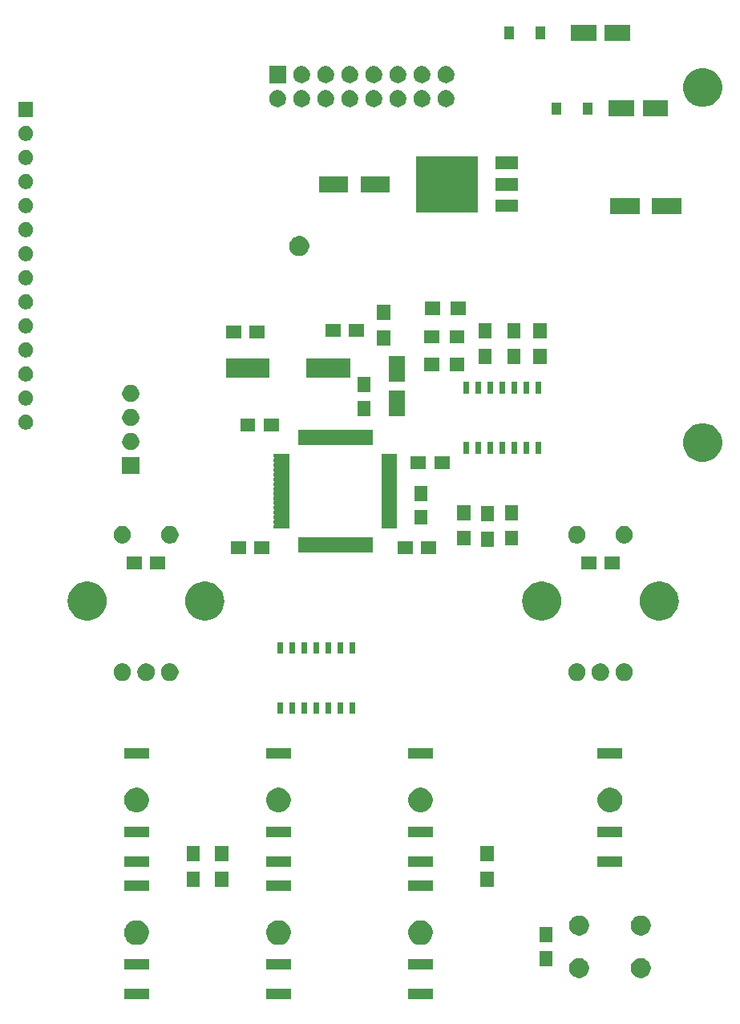
<source format=gbr>
G04 #@! TF.GenerationSoftware,KiCad,Pcbnew,(5.1.0)-1*
G04 #@! TF.CreationDate,2019-07-28T15:16:17+01:00*
G04 #@! TF.ProjectId,oscar,6f736361-722e-46b6-9963-61645f706362,rev?*
G04 #@! TF.SameCoordinates,Original*
G04 #@! TF.FileFunction,Soldermask,Bot*
G04 #@! TF.FilePolarity,Negative*
%FSLAX46Y46*%
G04 Gerber Fmt 4.6, Leading zero omitted, Abs format (unit mm)*
G04 Created by KiCad (PCBNEW (5.1.0)-1) date 2019-07-28 15:16:17*
%MOMM*%
%LPD*%
G04 APERTURE LIST*
%ADD10C,0.100000*%
G04 APERTURE END LIST*
D10*
G36*
X136301000Y-156031000D02*
G01*
X133699000Y-156031000D01*
X133699000Y-154929000D01*
X136301000Y-154929000D01*
X136301000Y-156031000D01*
X136301000Y-156031000D01*
G37*
G36*
X166301000Y-156031000D02*
G01*
X163699000Y-156031000D01*
X163699000Y-154929000D01*
X166301000Y-154929000D01*
X166301000Y-156031000D01*
X166301000Y-156031000D01*
G37*
G36*
X151301000Y-156031000D02*
G01*
X148699000Y-156031000D01*
X148699000Y-154929000D01*
X151301000Y-154929000D01*
X151301000Y-156031000D01*
X151301000Y-156031000D01*
G37*
G36*
X182056564Y-151739389D02*
G01*
X182247833Y-151818615D01*
X182247835Y-151818616D01*
X182419973Y-151933635D01*
X182566365Y-152080027D01*
X182681385Y-152252167D01*
X182760611Y-152443436D01*
X182801000Y-152646484D01*
X182801000Y-152853516D01*
X182760611Y-153056564D01*
X182681385Y-153247833D01*
X182681384Y-153247835D01*
X182566365Y-153419973D01*
X182419973Y-153566365D01*
X182247835Y-153681384D01*
X182247834Y-153681385D01*
X182247833Y-153681385D01*
X182056564Y-153760611D01*
X181853516Y-153801000D01*
X181646484Y-153801000D01*
X181443436Y-153760611D01*
X181252167Y-153681385D01*
X181252166Y-153681385D01*
X181252165Y-153681384D01*
X181080027Y-153566365D01*
X180933635Y-153419973D01*
X180818616Y-153247835D01*
X180818615Y-153247833D01*
X180739389Y-153056564D01*
X180699000Y-152853516D01*
X180699000Y-152646484D01*
X180739389Y-152443436D01*
X180818615Y-152252167D01*
X180933635Y-152080027D01*
X181080027Y-151933635D01*
X181252165Y-151818616D01*
X181252167Y-151818615D01*
X181443436Y-151739389D01*
X181646484Y-151699000D01*
X181853516Y-151699000D01*
X182056564Y-151739389D01*
X182056564Y-151739389D01*
G37*
G36*
X188556564Y-151739389D02*
G01*
X188747833Y-151818615D01*
X188747835Y-151818616D01*
X188919973Y-151933635D01*
X189066365Y-152080027D01*
X189181385Y-152252167D01*
X189260611Y-152443436D01*
X189301000Y-152646484D01*
X189301000Y-152853516D01*
X189260611Y-153056564D01*
X189181385Y-153247833D01*
X189181384Y-153247835D01*
X189066365Y-153419973D01*
X188919973Y-153566365D01*
X188747835Y-153681384D01*
X188747834Y-153681385D01*
X188747833Y-153681385D01*
X188556564Y-153760611D01*
X188353516Y-153801000D01*
X188146484Y-153801000D01*
X187943436Y-153760611D01*
X187752167Y-153681385D01*
X187752166Y-153681385D01*
X187752165Y-153681384D01*
X187580027Y-153566365D01*
X187433635Y-153419973D01*
X187318616Y-153247835D01*
X187318615Y-153247833D01*
X187239389Y-153056564D01*
X187199000Y-152853516D01*
X187199000Y-152646484D01*
X187239389Y-152443436D01*
X187318615Y-152252167D01*
X187433635Y-152080027D01*
X187580027Y-151933635D01*
X187752165Y-151818616D01*
X187752167Y-151818615D01*
X187943436Y-151739389D01*
X188146484Y-151699000D01*
X188353516Y-151699000D01*
X188556564Y-151739389D01*
X188556564Y-151739389D01*
G37*
G36*
X166301000Y-152931000D02*
G01*
X163699000Y-152931000D01*
X163699000Y-151829000D01*
X166301000Y-151829000D01*
X166301000Y-152931000D01*
X166301000Y-152931000D01*
G37*
G36*
X151301000Y-152931000D02*
G01*
X148699000Y-152931000D01*
X148699000Y-151829000D01*
X151301000Y-151829000D01*
X151301000Y-152931000D01*
X151301000Y-152931000D01*
G37*
G36*
X136301000Y-152931000D02*
G01*
X133699000Y-152931000D01*
X133699000Y-151829000D01*
X136301000Y-151829000D01*
X136301000Y-152931000D01*
X136301000Y-152931000D01*
G37*
G36*
X178926000Y-152551000D02*
G01*
X177574000Y-152551000D01*
X177574000Y-150949000D01*
X178926000Y-150949000D01*
X178926000Y-152551000D01*
X178926000Y-152551000D01*
G37*
G36*
X165379487Y-147748996D02*
G01*
X165616253Y-147847068D01*
X165616255Y-147847069D01*
X165829339Y-147989447D01*
X166010553Y-148170661D01*
X166132733Y-148353516D01*
X166152932Y-148383747D01*
X166251004Y-148620513D01*
X166301000Y-148871861D01*
X166301000Y-149128139D01*
X166251004Y-149379487D01*
X166152932Y-149616253D01*
X166152931Y-149616255D01*
X166010553Y-149829339D01*
X165829339Y-150010553D01*
X165616255Y-150152931D01*
X165616254Y-150152932D01*
X165616253Y-150152932D01*
X165379487Y-150251004D01*
X165128139Y-150301000D01*
X164871861Y-150301000D01*
X164620513Y-150251004D01*
X164383747Y-150152932D01*
X164383746Y-150152932D01*
X164383745Y-150152931D01*
X164170661Y-150010553D01*
X163989447Y-149829339D01*
X163847069Y-149616255D01*
X163847068Y-149616253D01*
X163748996Y-149379487D01*
X163699000Y-149128139D01*
X163699000Y-148871861D01*
X163748996Y-148620513D01*
X163847068Y-148383747D01*
X163867268Y-148353516D01*
X163989447Y-148170661D01*
X164170661Y-147989447D01*
X164383745Y-147847069D01*
X164383747Y-147847068D01*
X164620513Y-147748996D01*
X164871861Y-147699000D01*
X165128139Y-147699000D01*
X165379487Y-147748996D01*
X165379487Y-147748996D01*
G37*
G36*
X150379487Y-147748996D02*
G01*
X150616253Y-147847068D01*
X150616255Y-147847069D01*
X150829339Y-147989447D01*
X151010553Y-148170661D01*
X151132733Y-148353516D01*
X151152932Y-148383747D01*
X151251004Y-148620513D01*
X151301000Y-148871861D01*
X151301000Y-149128139D01*
X151251004Y-149379487D01*
X151152932Y-149616253D01*
X151152931Y-149616255D01*
X151010553Y-149829339D01*
X150829339Y-150010553D01*
X150616255Y-150152931D01*
X150616254Y-150152932D01*
X150616253Y-150152932D01*
X150379487Y-150251004D01*
X150128139Y-150301000D01*
X149871861Y-150301000D01*
X149620513Y-150251004D01*
X149383747Y-150152932D01*
X149383746Y-150152932D01*
X149383745Y-150152931D01*
X149170661Y-150010553D01*
X148989447Y-149829339D01*
X148847069Y-149616255D01*
X148847068Y-149616253D01*
X148748996Y-149379487D01*
X148699000Y-149128139D01*
X148699000Y-148871861D01*
X148748996Y-148620513D01*
X148847068Y-148383747D01*
X148867268Y-148353516D01*
X148989447Y-148170661D01*
X149170661Y-147989447D01*
X149383745Y-147847069D01*
X149383747Y-147847068D01*
X149620513Y-147748996D01*
X149871861Y-147699000D01*
X150128139Y-147699000D01*
X150379487Y-147748996D01*
X150379487Y-147748996D01*
G37*
G36*
X135379487Y-147748996D02*
G01*
X135616253Y-147847068D01*
X135616255Y-147847069D01*
X135829339Y-147989447D01*
X136010553Y-148170661D01*
X136132733Y-148353516D01*
X136152932Y-148383747D01*
X136251004Y-148620513D01*
X136301000Y-148871861D01*
X136301000Y-149128139D01*
X136251004Y-149379487D01*
X136152932Y-149616253D01*
X136152931Y-149616255D01*
X136010553Y-149829339D01*
X135829339Y-150010553D01*
X135616255Y-150152931D01*
X135616254Y-150152932D01*
X135616253Y-150152932D01*
X135379487Y-150251004D01*
X135128139Y-150301000D01*
X134871861Y-150301000D01*
X134620513Y-150251004D01*
X134383747Y-150152932D01*
X134383746Y-150152932D01*
X134383745Y-150152931D01*
X134170661Y-150010553D01*
X133989447Y-149829339D01*
X133847069Y-149616255D01*
X133847068Y-149616253D01*
X133748996Y-149379487D01*
X133699000Y-149128139D01*
X133699000Y-148871861D01*
X133748996Y-148620513D01*
X133847068Y-148383747D01*
X133867268Y-148353516D01*
X133989447Y-148170661D01*
X134170661Y-147989447D01*
X134383745Y-147847069D01*
X134383747Y-147847068D01*
X134620513Y-147748996D01*
X134871861Y-147699000D01*
X135128139Y-147699000D01*
X135379487Y-147748996D01*
X135379487Y-147748996D01*
G37*
G36*
X178926000Y-150051000D02*
G01*
X177574000Y-150051000D01*
X177574000Y-148449000D01*
X178926000Y-148449000D01*
X178926000Y-150051000D01*
X178926000Y-150051000D01*
G37*
G36*
X182056564Y-147239389D02*
G01*
X182247833Y-147318615D01*
X182247835Y-147318616D01*
X182419973Y-147433635D01*
X182566365Y-147580027D01*
X182679267Y-147748996D01*
X182681385Y-147752167D01*
X182760611Y-147943436D01*
X182801000Y-148146484D01*
X182801000Y-148353516D01*
X182760611Y-148556564D01*
X182681385Y-148747833D01*
X182681384Y-148747835D01*
X182566365Y-148919973D01*
X182419973Y-149066365D01*
X182247835Y-149181384D01*
X182247834Y-149181385D01*
X182247833Y-149181385D01*
X182056564Y-149260611D01*
X181853516Y-149301000D01*
X181646484Y-149301000D01*
X181443436Y-149260611D01*
X181252167Y-149181385D01*
X181252166Y-149181385D01*
X181252165Y-149181384D01*
X181080027Y-149066365D01*
X180933635Y-148919973D01*
X180818616Y-148747835D01*
X180818615Y-148747833D01*
X180739389Y-148556564D01*
X180699000Y-148353516D01*
X180699000Y-148146484D01*
X180739389Y-147943436D01*
X180818615Y-147752167D01*
X180820734Y-147748996D01*
X180933635Y-147580027D01*
X181080027Y-147433635D01*
X181252165Y-147318616D01*
X181252167Y-147318615D01*
X181443436Y-147239389D01*
X181646484Y-147199000D01*
X181853516Y-147199000D01*
X182056564Y-147239389D01*
X182056564Y-147239389D01*
G37*
G36*
X188556564Y-147239389D02*
G01*
X188747833Y-147318615D01*
X188747835Y-147318616D01*
X188919973Y-147433635D01*
X189066365Y-147580027D01*
X189179267Y-147748996D01*
X189181385Y-147752167D01*
X189260611Y-147943436D01*
X189301000Y-148146484D01*
X189301000Y-148353516D01*
X189260611Y-148556564D01*
X189181385Y-148747833D01*
X189181384Y-148747835D01*
X189066365Y-148919973D01*
X188919973Y-149066365D01*
X188747835Y-149181384D01*
X188747834Y-149181385D01*
X188747833Y-149181385D01*
X188556564Y-149260611D01*
X188353516Y-149301000D01*
X188146484Y-149301000D01*
X187943436Y-149260611D01*
X187752167Y-149181385D01*
X187752166Y-149181385D01*
X187752165Y-149181384D01*
X187580027Y-149066365D01*
X187433635Y-148919973D01*
X187318616Y-148747835D01*
X187318615Y-148747833D01*
X187239389Y-148556564D01*
X187199000Y-148353516D01*
X187199000Y-148146484D01*
X187239389Y-147943436D01*
X187318615Y-147752167D01*
X187320734Y-147748996D01*
X187433635Y-147580027D01*
X187580027Y-147433635D01*
X187752165Y-147318616D01*
X187752167Y-147318615D01*
X187943436Y-147239389D01*
X188146484Y-147199000D01*
X188353516Y-147199000D01*
X188556564Y-147239389D01*
X188556564Y-147239389D01*
G37*
G36*
X166301000Y-144631000D02*
G01*
X163699000Y-144631000D01*
X163699000Y-143529000D01*
X166301000Y-143529000D01*
X166301000Y-144631000D01*
X166301000Y-144631000D01*
G37*
G36*
X151301000Y-144631000D02*
G01*
X148699000Y-144631000D01*
X148699000Y-143529000D01*
X151301000Y-143529000D01*
X151301000Y-144631000D01*
X151301000Y-144631000D01*
G37*
G36*
X136301000Y-144631000D02*
G01*
X133699000Y-144631000D01*
X133699000Y-143529000D01*
X136301000Y-143529000D01*
X136301000Y-144631000D01*
X136301000Y-144631000D01*
G37*
G36*
X141701000Y-144151000D02*
G01*
X140299000Y-144151000D01*
X140299000Y-142549000D01*
X141701000Y-142549000D01*
X141701000Y-144151000D01*
X141701000Y-144151000D01*
G37*
G36*
X172701000Y-144151000D02*
G01*
X171299000Y-144151000D01*
X171299000Y-142549000D01*
X172701000Y-142549000D01*
X172701000Y-144151000D01*
X172701000Y-144151000D01*
G37*
G36*
X144701000Y-144151000D02*
G01*
X143299000Y-144151000D01*
X143299000Y-142549000D01*
X144701000Y-142549000D01*
X144701000Y-144151000D01*
X144701000Y-144151000D01*
G37*
G36*
X151301000Y-142031000D02*
G01*
X148699000Y-142031000D01*
X148699000Y-140929000D01*
X151301000Y-140929000D01*
X151301000Y-142031000D01*
X151301000Y-142031000D01*
G37*
G36*
X186301000Y-142031000D02*
G01*
X183699000Y-142031000D01*
X183699000Y-140929000D01*
X186301000Y-140929000D01*
X186301000Y-142031000D01*
X186301000Y-142031000D01*
G37*
G36*
X166301000Y-142031000D02*
G01*
X163699000Y-142031000D01*
X163699000Y-140929000D01*
X166301000Y-140929000D01*
X166301000Y-142031000D01*
X166301000Y-142031000D01*
G37*
G36*
X136301000Y-142031000D02*
G01*
X133699000Y-142031000D01*
X133699000Y-140929000D01*
X136301000Y-140929000D01*
X136301000Y-142031000D01*
X136301000Y-142031000D01*
G37*
G36*
X144701000Y-141451000D02*
G01*
X143299000Y-141451000D01*
X143299000Y-139849000D01*
X144701000Y-139849000D01*
X144701000Y-141451000D01*
X144701000Y-141451000D01*
G37*
G36*
X172701000Y-141451000D02*
G01*
X171299000Y-141451000D01*
X171299000Y-139849000D01*
X172701000Y-139849000D01*
X172701000Y-141451000D01*
X172701000Y-141451000D01*
G37*
G36*
X141701000Y-141451000D02*
G01*
X140299000Y-141451000D01*
X140299000Y-139849000D01*
X141701000Y-139849000D01*
X141701000Y-141451000D01*
X141701000Y-141451000D01*
G37*
G36*
X166301000Y-138931000D02*
G01*
X163699000Y-138931000D01*
X163699000Y-137829000D01*
X166301000Y-137829000D01*
X166301000Y-138931000D01*
X166301000Y-138931000D01*
G37*
G36*
X186301000Y-138931000D02*
G01*
X183699000Y-138931000D01*
X183699000Y-137829000D01*
X186301000Y-137829000D01*
X186301000Y-138931000D01*
X186301000Y-138931000D01*
G37*
G36*
X151301000Y-138931000D02*
G01*
X148699000Y-138931000D01*
X148699000Y-137829000D01*
X151301000Y-137829000D01*
X151301000Y-138931000D01*
X151301000Y-138931000D01*
G37*
G36*
X136301000Y-138931000D02*
G01*
X133699000Y-138931000D01*
X133699000Y-137829000D01*
X136301000Y-137829000D01*
X136301000Y-138931000D01*
X136301000Y-138931000D01*
G37*
G36*
X135379487Y-133748996D02*
G01*
X135616253Y-133847068D01*
X135616255Y-133847069D01*
X135829339Y-133989447D01*
X136010553Y-134170661D01*
X136152932Y-134383747D01*
X136251004Y-134620513D01*
X136301000Y-134871861D01*
X136301000Y-135128139D01*
X136251004Y-135379487D01*
X136152932Y-135616253D01*
X136152931Y-135616255D01*
X136010553Y-135829339D01*
X135829339Y-136010553D01*
X135616255Y-136152931D01*
X135616254Y-136152932D01*
X135616253Y-136152932D01*
X135379487Y-136251004D01*
X135128139Y-136301000D01*
X134871861Y-136301000D01*
X134620513Y-136251004D01*
X134383747Y-136152932D01*
X134383746Y-136152932D01*
X134383745Y-136152931D01*
X134170661Y-136010553D01*
X133989447Y-135829339D01*
X133847069Y-135616255D01*
X133847068Y-135616253D01*
X133748996Y-135379487D01*
X133699000Y-135128139D01*
X133699000Y-134871861D01*
X133748996Y-134620513D01*
X133847068Y-134383747D01*
X133989447Y-134170661D01*
X134170661Y-133989447D01*
X134383745Y-133847069D01*
X134383747Y-133847068D01*
X134620513Y-133748996D01*
X134871861Y-133699000D01*
X135128139Y-133699000D01*
X135379487Y-133748996D01*
X135379487Y-133748996D01*
G37*
G36*
X165379487Y-133748996D02*
G01*
X165616253Y-133847068D01*
X165616255Y-133847069D01*
X165829339Y-133989447D01*
X166010553Y-134170661D01*
X166152932Y-134383747D01*
X166251004Y-134620513D01*
X166301000Y-134871861D01*
X166301000Y-135128139D01*
X166251004Y-135379487D01*
X166152932Y-135616253D01*
X166152931Y-135616255D01*
X166010553Y-135829339D01*
X165829339Y-136010553D01*
X165616255Y-136152931D01*
X165616254Y-136152932D01*
X165616253Y-136152932D01*
X165379487Y-136251004D01*
X165128139Y-136301000D01*
X164871861Y-136301000D01*
X164620513Y-136251004D01*
X164383747Y-136152932D01*
X164383746Y-136152932D01*
X164383745Y-136152931D01*
X164170661Y-136010553D01*
X163989447Y-135829339D01*
X163847069Y-135616255D01*
X163847068Y-135616253D01*
X163748996Y-135379487D01*
X163699000Y-135128139D01*
X163699000Y-134871861D01*
X163748996Y-134620513D01*
X163847068Y-134383747D01*
X163989447Y-134170661D01*
X164170661Y-133989447D01*
X164383745Y-133847069D01*
X164383747Y-133847068D01*
X164620513Y-133748996D01*
X164871861Y-133699000D01*
X165128139Y-133699000D01*
X165379487Y-133748996D01*
X165379487Y-133748996D01*
G37*
G36*
X150379487Y-133748996D02*
G01*
X150616253Y-133847068D01*
X150616255Y-133847069D01*
X150829339Y-133989447D01*
X151010553Y-134170661D01*
X151152932Y-134383747D01*
X151251004Y-134620513D01*
X151301000Y-134871861D01*
X151301000Y-135128139D01*
X151251004Y-135379487D01*
X151152932Y-135616253D01*
X151152931Y-135616255D01*
X151010553Y-135829339D01*
X150829339Y-136010553D01*
X150616255Y-136152931D01*
X150616254Y-136152932D01*
X150616253Y-136152932D01*
X150379487Y-136251004D01*
X150128139Y-136301000D01*
X149871861Y-136301000D01*
X149620513Y-136251004D01*
X149383747Y-136152932D01*
X149383746Y-136152932D01*
X149383745Y-136152931D01*
X149170661Y-136010553D01*
X148989447Y-135829339D01*
X148847069Y-135616255D01*
X148847068Y-135616253D01*
X148748996Y-135379487D01*
X148699000Y-135128139D01*
X148699000Y-134871861D01*
X148748996Y-134620513D01*
X148847068Y-134383747D01*
X148989447Y-134170661D01*
X149170661Y-133989447D01*
X149383745Y-133847069D01*
X149383747Y-133847068D01*
X149620513Y-133748996D01*
X149871861Y-133699000D01*
X150128139Y-133699000D01*
X150379487Y-133748996D01*
X150379487Y-133748996D01*
G37*
G36*
X185379487Y-133748996D02*
G01*
X185616253Y-133847068D01*
X185616255Y-133847069D01*
X185829339Y-133989447D01*
X186010553Y-134170661D01*
X186152932Y-134383747D01*
X186251004Y-134620513D01*
X186301000Y-134871861D01*
X186301000Y-135128139D01*
X186251004Y-135379487D01*
X186152932Y-135616253D01*
X186152931Y-135616255D01*
X186010553Y-135829339D01*
X185829339Y-136010553D01*
X185616255Y-136152931D01*
X185616254Y-136152932D01*
X185616253Y-136152932D01*
X185379487Y-136251004D01*
X185128139Y-136301000D01*
X184871861Y-136301000D01*
X184620513Y-136251004D01*
X184383747Y-136152932D01*
X184383746Y-136152932D01*
X184383745Y-136152931D01*
X184170661Y-136010553D01*
X183989447Y-135829339D01*
X183847069Y-135616255D01*
X183847068Y-135616253D01*
X183748996Y-135379487D01*
X183699000Y-135128139D01*
X183699000Y-134871861D01*
X183748996Y-134620513D01*
X183847068Y-134383747D01*
X183989447Y-134170661D01*
X184170661Y-133989447D01*
X184383745Y-133847069D01*
X184383747Y-133847068D01*
X184620513Y-133748996D01*
X184871861Y-133699000D01*
X185128139Y-133699000D01*
X185379487Y-133748996D01*
X185379487Y-133748996D01*
G37*
G36*
X186301000Y-130631000D02*
G01*
X183699000Y-130631000D01*
X183699000Y-129529000D01*
X186301000Y-129529000D01*
X186301000Y-130631000D01*
X186301000Y-130631000D01*
G37*
G36*
X166301000Y-130631000D02*
G01*
X163699000Y-130631000D01*
X163699000Y-129529000D01*
X166301000Y-129529000D01*
X166301000Y-130631000D01*
X166301000Y-130631000D01*
G37*
G36*
X151301000Y-130631000D02*
G01*
X148699000Y-130631000D01*
X148699000Y-129529000D01*
X151301000Y-129529000D01*
X151301000Y-130631000D01*
X151301000Y-130631000D01*
G37*
G36*
X136301000Y-130631000D02*
G01*
X133699000Y-130631000D01*
X133699000Y-129529000D01*
X136301000Y-129529000D01*
X136301000Y-130631000D01*
X136301000Y-130631000D01*
G37*
G36*
X155575000Y-125924500D02*
G01*
X154965000Y-125924500D01*
X154965000Y-124679500D01*
X155575000Y-124679500D01*
X155575000Y-125924500D01*
X155575000Y-125924500D01*
G37*
G36*
X156845000Y-125924500D02*
G01*
X156235000Y-125924500D01*
X156235000Y-124679500D01*
X156845000Y-124679500D01*
X156845000Y-125924500D01*
X156845000Y-125924500D01*
G37*
G36*
X154305000Y-125924500D02*
G01*
X153695000Y-125924500D01*
X153695000Y-124679500D01*
X154305000Y-124679500D01*
X154305000Y-125924500D01*
X154305000Y-125924500D01*
G37*
G36*
X153035000Y-125924500D02*
G01*
X152425000Y-125924500D01*
X152425000Y-124679500D01*
X153035000Y-124679500D01*
X153035000Y-125924500D01*
X153035000Y-125924500D01*
G37*
G36*
X151765000Y-125924500D02*
G01*
X151155000Y-125924500D01*
X151155000Y-124679500D01*
X151765000Y-124679500D01*
X151765000Y-125924500D01*
X151765000Y-125924500D01*
G37*
G36*
X150495000Y-125924500D02*
G01*
X149885000Y-125924500D01*
X149885000Y-124679500D01*
X150495000Y-124679500D01*
X150495000Y-125924500D01*
X150495000Y-125924500D01*
G37*
G36*
X158115000Y-125924500D02*
G01*
X157505000Y-125924500D01*
X157505000Y-124679500D01*
X158115000Y-124679500D01*
X158115000Y-125924500D01*
X158115000Y-125924500D01*
G37*
G36*
X184270104Y-120609585D02*
G01*
X184438626Y-120679389D01*
X184590291Y-120780728D01*
X184719272Y-120909709D01*
X184820611Y-121061374D01*
X184890415Y-121229896D01*
X184926000Y-121408797D01*
X184926000Y-121591203D01*
X184890415Y-121770104D01*
X184820611Y-121938626D01*
X184719272Y-122090291D01*
X184590291Y-122219272D01*
X184438626Y-122320611D01*
X184270104Y-122390415D01*
X184091203Y-122426000D01*
X183908797Y-122426000D01*
X183729896Y-122390415D01*
X183561374Y-122320611D01*
X183409709Y-122219272D01*
X183280728Y-122090291D01*
X183179389Y-121938626D01*
X183109585Y-121770104D01*
X183074000Y-121591203D01*
X183074000Y-121408797D01*
X183109585Y-121229896D01*
X183179389Y-121061374D01*
X183280728Y-120909709D01*
X183409709Y-120780728D01*
X183561374Y-120679389D01*
X183729896Y-120609585D01*
X183908797Y-120574000D01*
X184091203Y-120574000D01*
X184270104Y-120609585D01*
X184270104Y-120609585D01*
G37*
G36*
X186770104Y-120609585D02*
G01*
X186938626Y-120679389D01*
X187090291Y-120780728D01*
X187219272Y-120909709D01*
X187320611Y-121061374D01*
X187390415Y-121229896D01*
X187426000Y-121408797D01*
X187426000Y-121591203D01*
X187390415Y-121770104D01*
X187320611Y-121938626D01*
X187219272Y-122090291D01*
X187090291Y-122219272D01*
X186938626Y-122320611D01*
X186770104Y-122390415D01*
X186591203Y-122426000D01*
X186408797Y-122426000D01*
X186229896Y-122390415D01*
X186061374Y-122320611D01*
X185909709Y-122219272D01*
X185780728Y-122090291D01*
X185679389Y-121938626D01*
X185609585Y-121770104D01*
X185574000Y-121591203D01*
X185574000Y-121408797D01*
X185609585Y-121229896D01*
X185679389Y-121061374D01*
X185780728Y-120909709D01*
X185909709Y-120780728D01*
X186061374Y-120679389D01*
X186229896Y-120609585D01*
X186408797Y-120574000D01*
X186591203Y-120574000D01*
X186770104Y-120609585D01*
X186770104Y-120609585D01*
G37*
G36*
X181770104Y-120609585D02*
G01*
X181938626Y-120679389D01*
X182090291Y-120780728D01*
X182219272Y-120909709D01*
X182320611Y-121061374D01*
X182390415Y-121229896D01*
X182426000Y-121408797D01*
X182426000Y-121591203D01*
X182390415Y-121770104D01*
X182320611Y-121938626D01*
X182219272Y-122090291D01*
X182090291Y-122219272D01*
X181938626Y-122320611D01*
X181770104Y-122390415D01*
X181591203Y-122426000D01*
X181408797Y-122426000D01*
X181229896Y-122390415D01*
X181061374Y-122320611D01*
X180909709Y-122219272D01*
X180780728Y-122090291D01*
X180679389Y-121938626D01*
X180609585Y-121770104D01*
X180574000Y-121591203D01*
X180574000Y-121408797D01*
X180609585Y-121229896D01*
X180679389Y-121061374D01*
X180780728Y-120909709D01*
X180909709Y-120780728D01*
X181061374Y-120679389D01*
X181229896Y-120609585D01*
X181408797Y-120574000D01*
X181591203Y-120574000D01*
X181770104Y-120609585D01*
X181770104Y-120609585D01*
G37*
G36*
X133770104Y-120609585D02*
G01*
X133938626Y-120679389D01*
X134090291Y-120780728D01*
X134219272Y-120909709D01*
X134320611Y-121061374D01*
X134390415Y-121229896D01*
X134426000Y-121408797D01*
X134426000Y-121591203D01*
X134390415Y-121770104D01*
X134320611Y-121938626D01*
X134219272Y-122090291D01*
X134090291Y-122219272D01*
X133938626Y-122320611D01*
X133770104Y-122390415D01*
X133591203Y-122426000D01*
X133408797Y-122426000D01*
X133229896Y-122390415D01*
X133061374Y-122320611D01*
X132909709Y-122219272D01*
X132780728Y-122090291D01*
X132679389Y-121938626D01*
X132609585Y-121770104D01*
X132574000Y-121591203D01*
X132574000Y-121408797D01*
X132609585Y-121229896D01*
X132679389Y-121061374D01*
X132780728Y-120909709D01*
X132909709Y-120780728D01*
X133061374Y-120679389D01*
X133229896Y-120609585D01*
X133408797Y-120574000D01*
X133591203Y-120574000D01*
X133770104Y-120609585D01*
X133770104Y-120609585D01*
G37*
G36*
X138770104Y-120609585D02*
G01*
X138938626Y-120679389D01*
X139090291Y-120780728D01*
X139219272Y-120909709D01*
X139320611Y-121061374D01*
X139390415Y-121229896D01*
X139426000Y-121408797D01*
X139426000Y-121591203D01*
X139390415Y-121770104D01*
X139320611Y-121938626D01*
X139219272Y-122090291D01*
X139090291Y-122219272D01*
X138938626Y-122320611D01*
X138770104Y-122390415D01*
X138591203Y-122426000D01*
X138408797Y-122426000D01*
X138229896Y-122390415D01*
X138061374Y-122320611D01*
X137909709Y-122219272D01*
X137780728Y-122090291D01*
X137679389Y-121938626D01*
X137609585Y-121770104D01*
X137574000Y-121591203D01*
X137574000Y-121408797D01*
X137609585Y-121229896D01*
X137679389Y-121061374D01*
X137780728Y-120909709D01*
X137909709Y-120780728D01*
X138061374Y-120679389D01*
X138229896Y-120609585D01*
X138408797Y-120574000D01*
X138591203Y-120574000D01*
X138770104Y-120609585D01*
X138770104Y-120609585D01*
G37*
G36*
X136270104Y-120609585D02*
G01*
X136438626Y-120679389D01*
X136590291Y-120780728D01*
X136719272Y-120909709D01*
X136820611Y-121061374D01*
X136890415Y-121229896D01*
X136926000Y-121408797D01*
X136926000Y-121591203D01*
X136890415Y-121770104D01*
X136820611Y-121938626D01*
X136719272Y-122090291D01*
X136590291Y-122219272D01*
X136438626Y-122320611D01*
X136270104Y-122390415D01*
X136091203Y-122426000D01*
X135908797Y-122426000D01*
X135729896Y-122390415D01*
X135561374Y-122320611D01*
X135409709Y-122219272D01*
X135280728Y-122090291D01*
X135179389Y-121938626D01*
X135109585Y-121770104D01*
X135074000Y-121591203D01*
X135074000Y-121408797D01*
X135109585Y-121229896D01*
X135179389Y-121061374D01*
X135280728Y-120909709D01*
X135409709Y-120780728D01*
X135561374Y-120679389D01*
X135729896Y-120609585D01*
X135908797Y-120574000D01*
X136091203Y-120574000D01*
X136270104Y-120609585D01*
X136270104Y-120609585D01*
G37*
G36*
X150495000Y-119574500D02*
G01*
X149885000Y-119574500D01*
X149885000Y-118329500D01*
X150495000Y-118329500D01*
X150495000Y-119574500D01*
X150495000Y-119574500D01*
G37*
G36*
X153035000Y-119574500D02*
G01*
X152425000Y-119574500D01*
X152425000Y-118329500D01*
X153035000Y-118329500D01*
X153035000Y-119574500D01*
X153035000Y-119574500D01*
G37*
G36*
X158115000Y-119574500D02*
G01*
X157505000Y-119574500D01*
X157505000Y-118329500D01*
X158115000Y-118329500D01*
X158115000Y-119574500D01*
X158115000Y-119574500D01*
G37*
G36*
X156845000Y-119574500D02*
G01*
X156235000Y-119574500D01*
X156235000Y-118329500D01*
X156845000Y-118329500D01*
X156845000Y-119574500D01*
X156845000Y-119574500D01*
G37*
G36*
X155575000Y-119574500D02*
G01*
X154965000Y-119574500D01*
X154965000Y-118329500D01*
X155575000Y-118329500D01*
X155575000Y-119574500D01*
X155575000Y-119574500D01*
G37*
G36*
X154305000Y-119574500D02*
G01*
X153695000Y-119574500D01*
X153695000Y-118329500D01*
X154305000Y-118329500D01*
X154305000Y-119574500D01*
X154305000Y-119574500D01*
G37*
G36*
X151765000Y-119574500D02*
G01*
X151155000Y-119574500D01*
X151155000Y-118329500D01*
X151765000Y-118329500D01*
X151765000Y-119574500D01*
X151765000Y-119574500D01*
G37*
G36*
X178001189Y-111958892D02*
G01*
X178202066Y-111978677D01*
X178588681Y-112095955D01*
X178588684Y-112095956D01*
X178944983Y-112286402D01*
X178944986Y-112286404D01*
X178944987Y-112286405D01*
X179257293Y-112542707D01*
X179513595Y-112855013D01*
X179513598Y-112855017D01*
X179704044Y-113211316D01*
X179704045Y-113211319D01*
X179821323Y-113597934D01*
X179860923Y-114000000D01*
X179821323Y-114402066D01*
X179704045Y-114788681D01*
X179704044Y-114788684D01*
X179513598Y-115144983D01*
X179513596Y-115144986D01*
X179513595Y-115144987D01*
X179257293Y-115457293D01*
X178944987Y-115713595D01*
X178944983Y-115713598D01*
X178588684Y-115904044D01*
X178588681Y-115904045D01*
X178202066Y-116021323D01*
X178001189Y-116041108D01*
X177900751Y-116051000D01*
X177699249Y-116051000D01*
X177598811Y-116041108D01*
X177397934Y-116021323D01*
X177011319Y-115904045D01*
X177011316Y-115904044D01*
X176655017Y-115713598D01*
X176655013Y-115713595D01*
X176342707Y-115457293D01*
X176086405Y-115144987D01*
X176086404Y-115144986D01*
X176086402Y-115144983D01*
X175895956Y-114788684D01*
X175895955Y-114788681D01*
X175778677Y-114402066D01*
X175739077Y-114000000D01*
X175778677Y-113597934D01*
X175895955Y-113211319D01*
X175895956Y-113211316D01*
X176086402Y-112855017D01*
X176086405Y-112855013D01*
X176342707Y-112542707D01*
X176655013Y-112286405D01*
X176655014Y-112286404D01*
X176655017Y-112286402D01*
X177011316Y-112095956D01*
X177011319Y-112095955D01*
X177397934Y-111978677D01*
X177598811Y-111958892D01*
X177699249Y-111949000D01*
X177900751Y-111949000D01*
X178001189Y-111958892D01*
X178001189Y-111958892D01*
G37*
G36*
X190401189Y-111958892D02*
G01*
X190602066Y-111978677D01*
X190988681Y-112095955D01*
X190988684Y-112095956D01*
X191344983Y-112286402D01*
X191344986Y-112286404D01*
X191344987Y-112286405D01*
X191657293Y-112542707D01*
X191913595Y-112855013D01*
X191913598Y-112855017D01*
X192104044Y-113211316D01*
X192104045Y-113211319D01*
X192221323Y-113597934D01*
X192260923Y-114000000D01*
X192221323Y-114402066D01*
X192104045Y-114788681D01*
X192104044Y-114788684D01*
X191913598Y-115144983D01*
X191913596Y-115144986D01*
X191913595Y-115144987D01*
X191657293Y-115457293D01*
X191344987Y-115713595D01*
X191344983Y-115713598D01*
X190988684Y-115904044D01*
X190988681Y-115904045D01*
X190602066Y-116021323D01*
X190401189Y-116041108D01*
X190300751Y-116051000D01*
X190099249Y-116051000D01*
X189998811Y-116041108D01*
X189797934Y-116021323D01*
X189411319Y-115904045D01*
X189411316Y-115904044D01*
X189055017Y-115713598D01*
X189055013Y-115713595D01*
X188742707Y-115457293D01*
X188486405Y-115144987D01*
X188486404Y-115144986D01*
X188486402Y-115144983D01*
X188295956Y-114788684D01*
X188295955Y-114788681D01*
X188178677Y-114402066D01*
X188139077Y-114000000D01*
X188178677Y-113597934D01*
X188295955Y-113211319D01*
X188295956Y-113211316D01*
X188486402Y-112855017D01*
X188486405Y-112855013D01*
X188742707Y-112542707D01*
X189055013Y-112286405D01*
X189055014Y-112286404D01*
X189055017Y-112286402D01*
X189411316Y-112095956D01*
X189411319Y-112095955D01*
X189797934Y-111978677D01*
X189998811Y-111958892D01*
X190099249Y-111949000D01*
X190300751Y-111949000D01*
X190401189Y-111958892D01*
X190401189Y-111958892D01*
G37*
G36*
X130001189Y-111958892D02*
G01*
X130202066Y-111978677D01*
X130588681Y-112095955D01*
X130588684Y-112095956D01*
X130944983Y-112286402D01*
X130944986Y-112286404D01*
X130944987Y-112286405D01*
X131257293Y-112542707D01*
X131513595Y-112855013D01*
X131513598Y-112855017D01*
X131704044Y-113211316D01*
X131704045Y-113211319D01*
X131821323Y-113597934D01*
X131860923Y-114000000D01*
X131821323Y-114402066D01*
X131704045Y-114788681D01*
X131704044Y-114788684D01*
X131513598Y-115144983D01*
X131513596Y-115144986D01*
X131513595Y-115144987D01*
X131257293Y-115457293D01*
X130944987Y-115713595D01*
X130944983Y-115713598D01*
X130588684Y-115904044D01*
X130588681Y-115904045D01*
X130202066Y-116021323D01*
X130001189Y-116041108D01*
X129900751Y-116051000D01*
X129699249Y-116051000D01*
X129598811Y-116041108D01*
X129397934Y-116021323D01*
X129011319Y-115904045D01*
X129011316Y-115904044D01*
X128655017Y-115713598D01*
X128655013Y-115713595D01*
X128342707Y-115457293D01*
X128086405Y-115144987D01*
X128086404Y-115144986D01*
X128086402Y-115144983D01*
X127895956Y-114788684D01*
X127895955Y-114788681D01*
X127778677Y-114402066D01*
X127739077Y-114000000D01*
X127778677Y-113597934D01*
X127895955Y-113211319D01*
X127895956Y-113211316D01*
X128086402Y-112855017D01*
X128086405Y-112855013D01*
X128342707Y-112542707D01*
X128655013Y-112286405D01*
X128655014Y-112286404D01*
X128655017Y-112286402D01*
X129011316Y-112095956D01*
X129011319Y-112095955D01*
X129397934Y-111978677D01*
X129598811Y-111958892D01*
X129699249Y-111949000D01*
X129900751Y-111949000D01*
X130001189Y-111958892D01*
X130001189Y-111958892D01*
G37*
G36*
X142401189Y-111958892D02*
G01*
X142602066Y-111978677D01*
X142988681Y-112095955D01*
X142988684Y-112095956D01*
X143344983Y-112286402D01*
X143344986Y-112286404D01*
X143344987Y-112286405D01*
X143657293Y-112542707D01*
X143913595Y-112855013D01*
X143913598Y-112855017D01*
X144104044Y-113211316D01*
X144104045Y-113211319D01*
X144221323Y-113597934D01*
X144260923Y-114000000D01*
X144221323Y-114402066D01*
X144104045Y-114788681D01*
X144104044Y-114788684D01*
X143913598Y-115144983D01*
X143913596Y-115144986D01*
X143913595Y-115144987D01*
X143657293Y-115457293D01*
X143344987Y-115713595D01*
X143344983Y-115713598D01*
X142988684Y-115904044D01*
X142988681Y-115904045D01*
X142602066Y-116021323D01*
X142401189Y-116041108D01*
X142300751Y-116051000D01*
X142099249Y-116051000D01*
X141998811Y-116041108D01*
X141797934Y-116021323D01*
X141411319Y-115904045D01*
X141411316Y-115904044D01*
X141055017Y-115713598D01*
X141055013Y-115713595D01*
X140742707Y-115457293D01*
X140486405Y-115144987D01*
X140486404Y-115144986D01*
X140486402Y-115144983D01*
X140295956Y-114788684D01*
X140295955Y-114788681D01*
X140178677Y-114402066D01*
X140139077Y-114000000D01*
X140178677Y-113597934D01*
X140295955Y-113211319D01*
X140295956Y-113211316D01*
X140486402Y-112855017D01*
X140486405Y-112855013D01*
X140742707Y-112542707D01*
X141055013Y-112286405D01*
X141055014Y-112286404D01*
X141055017Y-112286402D01*
X141411316Y-112095956D01*
X141411319Y-112095955D01*
X141797934Y-111978677D01*
X141998811Y-111958892D01*
X142099249Y-111949000D01*
X142300751Y-111949000D01*
X142401189Y-111958892D01*
X142401189Y-111958892D01*
G37*
G36*
X183551000Y-110676000D02*
G01*
X181949000Y-110676000D01*
X181949000Y-109324000D01*
X183551000Y-109324000D01*
X183551000Y-110676000D01*
X183551000Y-110676000D01*
G37*
G36*
X186051000Y-110676000D02*
G01*
X184449000Y-110676000D01*
X184449000Y-109324000D01*
X186051000Y-109324000D01*
X186051000Y-110676000D01*
X186051000Y-110676000D01*
G37*
G36*
X138051000Y-110676000D02*
G01*
X136449000Y-110676000D01*
X136449000Y-109324000D01*
X138051000Y-109324000D01*
X138051000Y-110676000D01*
X138051000Y-110676000D01*
G37*
G36*
X135551000Y-110676000D02*
G01*
X133949000Y-110676000D01*
X133949000Y-109324000D01*
X135551000Y-109324000D01*
X135551000Y-110676000D01*
X135551000Y-110676000D01*
G37*
G36*
X149051000Y-109076000D02*
G01*
X147449000Y-109076000D01*
X147449000Y-107724000D01*
X149051000Y-107724000D01*
X149051000Y-109076000D01*
X149051000Y-109076000D01*
G37*
G36*
X166651000Y-109076000D02*
G01*
X165049000Y-109076000D01*
X165049000Y-107724000D01*
X166651000Y-107724000D01*
X166651000Y-109076000D01*
X166651000Y-109076000D01*
G37*
G36*
X146551000Y-109076000D02*
G01*
X144949000Y-109076000D01*
X144949000Y-107724000D01*
X146551000Y-107724000D01*
X146551000Y-109076000D01*
X146551000Y-109076000D01*
G37*
G36*
X164151000Y-109076000D02*
G01*
X162549000Y-109076000D01*
X162549000Y-107724000D01*
X164151000Y-107724000D01*
X164151000Y-109076000D01*
X164151000Y-109076000D01*
G37*
G36*
X152420295Y-107250323D02*
G01*
X152427309Y-107252451D01*
X152441077Y-107259810D01*
X152463716Y-107269187D01*
X152487749Y-107273967D01*
X152512253Y-107273967D01*
X152536286Y-107269186D01*
X152558923Y-107259810D01*
X152572691Y-107252451D01*
X152579705Y-107250323D01*
X152593140Y-107249000D01*
X152906860Y-107249000D01*
X152920295Y-107250323D01*
X152927309Y-107252451D01*
X152941077Y-107259810D01*
X152963716Y-107269187D01*
X152987749Y-107273967D01*
X153012253Y-107273967D01*
X153036286Y-107269186D01*
X153058923Y-107259810D01*
X153072691Y-107252451D01*
X153079705Y-107250323D01*
X153093140Y-107249000D01*
X153406860Y-107249000D01*
X153420295Y-107250323D01*
X153427309Y-107252451D01*
X153441077Y-107259810D01*
X153463716Y-107269187D01*
X153487749Y-107273967D01*
X153512253Y-107273967D01*
X153536286Y-107269186D01*
X153558923Y-107259810D01*
X153572691Y-107252451D01*
X153579705Y-107250323D01*
X153593140Y-107249000D01*
X153906860Y-107249000D01*
X153920295Y-107250323D01*
X153927309Y-107252451D01*
X153941077Y-107259810D01*
X153963716Y-107269187D01*
X153987749Y-107273967D01*
X154012253Y-107273967D01*
X154036286Y-107269186D01*
X154058923Y-107259810D01*
X154072691Y-107252451D01*
X154079705Y-107250323D01*
X154093140Y-107249000D01*
X154406860Y-107249000D01*
X154420295Y-107250323D01*
X154427309Y-107252451D01*
X154441077Y-107259810D01*
X154463716Y-107269187D01*
X154487749Y-107273967D01*
X154512253Y-107273967D01*
X154536286Y-107269186D01*
X154558923Y-107259810D01*
X154572691Y-107252451D01*
X154579705Y-107250323D01*
X154593140Y-107249000D01*
X154906860Y-107249000D01*
X154920295Y-107250323D01*
X154927309Y-107252451D01*
X154941077Y-107259810D01*
X154963716Y-107269187D01*
X154987749Y-107273967D01*
X155012253Y-107273967D01*
X155036286Y-107269186D01*
X155058923Y-107259810D01*
X155072691Y-107252451D01*
X155079705Y-107250323D01*
X155093140Y-107249000D01*
X155406860Y-107249000D01*
X155420295Y-107250323D01*
X155427309Y-107252451D01*
X155441077Y-107259810D01*
X155463716Y-107269187D01*
X155487749Y-107273967D01*
X155512253Y-107273967D01*
X155536286Y-107269186D01*
X155558923Y-107259810D01*
X155572691Y-107252451D01*
X155579705Y-107250323D01*
X155593140Y-107249000D01*
X155906860Y-107249000D01*
X155920295Y-107250323D01*
X155927309Y-107252451D01*
X155941077Y-107259810D01*
X155963716Y-107269187D01*
X155987749Y-107273967D01*
X156012253Y-107273967D01*
X156036286Y-107269186D01*
X156058923Y-107259810D01*
X156072691Y-107252451D01*
X156079705Y-107250323D01*
X156093140Y-107249000D01*
X156406860Y-107249000D01*
X156420295Y-107250323D01*
X156427309Y-107252451D01*
X156441077Y-107259810D01*
X156463716Y-107269187D01*
X156487749Y-107273967D01*
X156512253Y-107273967D01*
X156536286Y-107269186D01*
X156558923Y-107259810D01*
X156572691Y-107252451D01*
X156579705Y-107250323D01*
X156593140Y-107249000D01*
X156906860Y-107249000D01*
X156920295Y-107250323D01*
X156927309Y-107252451D01*
X156941077Y-107259810D01*
X156963716Y-107269187D01*
X156987749Y-107273967D01*
X157012253Y-107273967D01*
X157036286Y-107269186D01*
X157058923Y-107259810D01*
X157072691Y-107252451D01*
X157079705Y-107250323D01*
X157093140Y-107249000D01*
X157406860Y-107249000D01*
X157420295Y-107250323D01*
X157427309Y-107252451D01*
X157441077Y-107259810D01*
X157463716Y-107269187D01*
X157487749Y-107273967D01*
X157512253Y-107273967D01*
X157536286Y-107269186D01*
X157558923Y-107259810D01*
X157572691Y-107252451D01*
X157579705Y-107250323D01*
X157593140Y-107249000D01*
X157906860Y-107249000D01*
X157920295Y-107250323D01*
X157927309Y-107252451D01*
X157941077Y-107259810D01*
X157963716Y-107269187D01*
X157987749Y-107273967D01*
X158012253Y-107273967D01*
X158036286Y-107269186D01*
X158058923Y-107259810D01*
X158072691Y-107252451D01*
X158079705Y-107250323D01*
X158093140Y-107249000D01*
X158406860Y-107249000D01*
X158420295Y-107250323D01*
X158427309Y-107252451D01*
X158441077Y-107259810D01*
X158463716Y-107269187D01*
X158487749Y-107273967D01*
X158512253Y-107273967D01*
X158536286Y-107269186D01*
X158558923Y-107259810D01*
X158572691Y-107252451D01*
X158579705Y-107250323D01*
X158593140Y-107249000D01*
X158906860Y-107249000D01*
X158920295Y-107250323D01*
X158927309Y-107252451D01*
X158941077Y-107259810D01*
X158963716Y-107269187D01*
X158987749Y-107273967D01*
X159012253Y-107273967D01*
X159036286Y-107269186D01*
X159058923Y-107259810D01*
X159072691Y-107252451D01*
X159079705Y-107250323D01*
X159093140Y-107249000D01*
X159406860Y-107249000D01*
X159420295Y-107250323D01*
X159427309Y-107252451D01*
X159441077Y-107259810D01*
X159463716Y-107269187D01*
X159487749Y-107273967D01*
X159512253Y-107273967D01*
X159536286Y-107269186D01*
X159558923Y-107259810D01*
X159572691Y-107252451D01*
X159579705Y-107250323D01*
X159593140Y-107249000D01*
X159906860Y-107249000D01*
X159920295Y-107250323D01*
X159927310Y-107252451D01*
X159933776Y-107255908D01*
X159939442Y-107260558D01*
X159944092Y-107266224D01*
X159947549Y-107272690D01*
X159949677Y-107279705D01*
X159951000Y-107293140D01*
X159951000Y-108856860D01*
X159949677Y-108870295D01*
X159947549Y-108877310D01*
X159944092Y-108883776D01*
X159939442Y-108889442D01*
X159933776Y-108894092D01*
X159927310Y-108897549D01*
X159920295Y-108899677D01*
X159906860Y-108901000D01*
X159593140Y-108901000D01*
X159579705Y-108899677D01*
X159572691Y-108897549D01*
X159558923Y-108890190D01*
X159536284Y-108880813D01*
X159512251Y-108876033D01*
X159487747Y-108876033D01*
X159463714Y-108880814D01*
X159441077Y-108890190D01*
X159427309Y-108897549D01*
X159420295Y-108899677D01*
X159406860Y-108901000D01*
X159093140Y-108901000D01*
X159079705Y-108899677D01*
X159072691Y-108897549D01*
X159058923Y-108890190D01*
X159036284Y-108880813D01*
X159012251Y-108876033D01*
X158987747Y-108876033D01*
X158963714Y-108880814D01*
X158941077Y-108890190D01*
X158927309Y-108897549D01*
X158920295Y-108899677D01*
X158906860Y-108901000D01*
X158593140Y-108901000D01*
X158579705Y-108899677D01*
X158572691Y-108897549D01*
X158558923Y-108890190D01*
X158536284Y-108880813D01*
X158512251Y-108876033D01*
X158487747Y-108876033D01*
X158463714Y-108880814D01*
X158441077Y-108890190D01*
X158427309Y-108897549D01*
X158420295Y-108899677D01*
X158406860Y-108901000D01*
X158093140Y-108901000D01*
X158079705Y-108899677D01*
X158072691Y-108897549D01*
X158058923Y-108890190D01*
X158036284Y-108880813D01*
X158012251Y-108876033D01*
X157987747Y-108876033D01*
X157963714Y-108880814D01*
X157941077Y-108890190D01*
X157927309Y-108897549D01*
X157920295Y-108899677D01*
X157906860Y-108901000D01*
X157593140Y-108901000D01*
X157579705Y-108899677D01*
X157572691Y-108897549D01*
X157558923Y-108890190D01*
X157536284Y-108880813D01*
X157512251Y-108876033D01*
X157487747Y-108876033D01*
X157463714Y-108880814D01*
X157441077Y-108890190D01*
X157427309Y-108897549D01*
X157420295Y-108899677D01*
X157406860Y-108901000D01*
X157093140Y-108901000D01*
X157079705Y-108899677D01*
X157072691Y-108897549D01*
X157058923Y-108890190D01*
X157036284Y-108880813D01*
X157012251Y-108876033D01*
X156987747Y-108876033D01*
X156963714Y-108880814D01*
X156941077Y-108890190D01*
X156927309Y-108897549D01*
X156920295Y-108899677D01*
X156906860Y-108901000D01*
X156593140Y-108901000D01*
X156579705Y-108899677D01*
X156572691Y-108897549D01*
X156558923Y-108890190D01*
X156536284Y-108880813D01*
X156512251Y-108876033D01*
X156487747Y-108876033D01*
X156463714Y-108880814D01*
X156441077Y-108890190D01*
X156427309Y-108897549D01*
X156420295Y-108899677D01*
X156406860Y-108901000D01*
X156093140Y-108901000D01*
X156079705Y-108899677D01*
X156072691Y-108897549D01*
X156058923Y-108890190D01*
X156036284Y-108880813D01*
X156012251Y-108876033D01*
X155987747Y-108876033D01*
X155963714Y-108880814D01*
X155941077Y-108890190D01*
X155927309Y-108897549D01*
X155920295Y-108899677D01*
X155906860Y-108901000D01*
X155593140Y-108901000D01*
X155579705Y-108899677D01*
X155572691Y-108897549D01*
X155558923Y-108890190D01*
X155536284Y-108880813D01*
X155512251Y-108876033D01*
X155487747Y-108876033D01*
X155463714Y-108880814D01*
X155441077Y-108890190D01*
X155427309Y-108897549D01*
X155420295Y-108899677D01*
X155406860Y-108901000D01*
X155093140Y-108901000D01*
X155079705Y-108899677D01*
X155072691Y-108897549D01*
X155058923Y-108890190D01*
X155036284Y-108880813D01*
X155012251Y-108876033D01*
X154987747Y-108876033D01*
X154963714Y-108880814D01*
X154941077Y-108890190D01*
X154927309Y-108897549D01*
X154920295Y-108899677D01*
X154906860Y-108901000D01*
X154593140Y-108901000D01*
X154579705Y-108899677D01*
X154572691Y-108897549D01*
X154558923Y-108890190D01*
X154536284Y-108880813D01*
X154512251Y-108876033D01*
X154487747Y-108876033D01*
X154463714Y-108880814D01*
X154441077Y-108890190D01*
X154427309Y-108897549D01*
X154420295Y-108899677D01*
X154406860Y-108901000D01*
X154093140Y-108901000D01*
X154079705Y-108899677D01*
X154072691Y-108897549D01*
X154058923Y-108890190D01*
X154036284Y-108880813D01*
X154012251Y-108876033D01*
X153987747Y-108876033D01*
X153963714Y-108880814D01*
X153941077Y-108890190D01*
X153927309Y-108897549D01*
X153920295Y-108899677D01*
X153906860Y-108901000D01*
X153593140Y-108901000D01*
X153579705Y-108899677D01*
X153572691Y-108897549D01*
X153558923Y-108890190D01*
X153536284Y-108880813D01*
X153512251Y-108876033D01*
X153487747Y-108876033D01*
X153463714Y-108880814D01*
X153441077Y-108890190D01*
X153427309Y-108897549D01*
X153420295Y-108899677D01*
X153406860Y-108901000D01*
X153093140Y-108901000D01*
X153079705Y-108899677D01*
X153072691Y-108897549D01*
X153058923Y-108890190D01*
X153036284Y-108880813D01*
X153012251Y-108876033D01*
X152987747Y-108876033D01*
X152963714Y-108880814D01*
X152941077Y-108890190D01*
X152927309Y-108897549D01*
X152920295Y-108899677D01*
X152906860Y-108901000D01*
X152593140Y-108901000D01*
X152579705Y-108899677D01*
X152572691Y-108897549D01*
X152558923Y-108890190D01*
X152536284Y-108880813D01*
X152512251Y-108876033D01*
X152487747Y-108876033D01*
X152463714Y-108880814D01*
X152441077Y-108890190D01*
X152427309Y-108897549D01*
X152420295Y-108899677D01*
X152406860Y-108901000D01*
X152093140Y-108901000D01*
X152079705Y-108899677D01*
X152072690Y-108897549D01*
X152066224Y-108894092D01*
X152060558Y-108889442D01*
X152055908Y-108883776D01*
X152052451Y-108877310D01*
X152050323Y-108870295D01*
X152049000Y-108856860D01*
X152049000Y-107293140D01*
X152050323Y-107279705D01*
X152052451Y-107272690D01*
X152055908Y-107266224D01*
X152060558Y-107260558D01*
X152066224Y-107255908D01*
X152072690Y-107252451D01*
X152079705Y-107250323D01*
X152093140Y-107249000D01*
X152406860Y-107249000D01*
X152420295Y-107250323D01*
X152420295Y-107250323D01*
G37*
G36*
X172751000Y-108251000D02*
G01*
X171349000Y-108251000D01*
X171349000Y-106649000D01*
X172751000Y-106649000D01*
X172751000Y-108251000D01*
X172751000Y-108251000D01*
G37*
G36*
X175301000Y-108151000D02*
G01*
X173899000Y-108151000D01*
X173899000Y-106549000D01*
X175301000Y-106549000D01*
X175301000Y-108151000D01*
X175301000Y-108151000D01*
G37*
G36*
X170251000Y-108151000D02*
G01*
X168849000Y-108151000D01*
X168849000Y-106549000D01*
X170251000Y-106549000D01*
X170251000Y-108151000D01*
X170251000Y-108151000D01*
G37*
G36*
X133770104Y-106109585D02*
G01*
X133938626Y-106179389D01*
X134090291Y-106280728D01*
X134219272Y-106409709D01*
X134320611Y-106561374D01*
X134390415Y-106729896D01*
X134426000Y-106908797D01*
X134426000Y-107091203D01*
X134390415Y-107270104D01*
X134320611Y-107438626D01*
X134219272Y-107590291D01*
X134090291Y-107719272D01*
X133938626Y-107820611D01*
X133770104Y-107890415D01*
X133591203Y-107926000D01*
X133408797Y-107926000D01*
X133229896Y-107890415D01*
X133061374Y-107820611D01*
X132909709Y-107719272D01*
X132780728Y-107590291D01*
X132679389Y-107438626D01*
X132609585Y-107270104D01*
X132574000Y-107091203D01*
X132574000Y-106908797D01*
X132609585Y-106729896D01*
X132679389Y-106561374D01*
X132780728Y-106409709D01*
X132909709Y-106280728D01*
X133061374Y-106179389D01*
X133229896Y-106109585D01*
X133408797Y-106074000D01*
X133591203Y-106074000D01*
X133770104Y-106109585D01*
X133770104Y-106109585D01*
G37*
G36*
X181770104Y-106109585D02*
G01*
X181938626Y-106179389D01*
X182090291Y-106280728D01*
X182219272Y-106409709D01*
X182320611Y-106561374D01*
X182390415Y-106729896D01*
X182426000Y-106908797D01*
X182426000Y-107091203D01*
X182390415Y-107270104D01*
X182320611Y-107438626D01*
X182219272Y-107590291D01*
X182090291Y-107719272D01*
X181938626Y-107820611D01*
X181770104Y-107890415D01*
X181591203Y-107926000D01*
X181408797Y-107926000D01*
X181229896Y-107890415D01*
X181061374Y-107820611D01*
X180909709Y-107719272D01*
X180780728Y-107590291D01*
X180679389Y-107438626D01*
X180609585Y-107270104D01*
X180574000Y-107091203D01*
X180574000Y-106908797D01*
X180609585Y-106729896D01*
X180679389Y-106561374D01*
X180780728Y-106409709D01*
X180909709Y-106280728D01*
X181061374Y-106179389D01*
X181229896Y-106109585D01*
X181408797Y-106074000D01*
X181591203Y-106074000D01*
X181770104Y-106109585D01*
X181770104Y-106109585D01*
G37*
G36*
X138770104Y-106109585D02*
G01*
X138938626Y-106179389D01*
X139090291Y-106280728D01*
X139219272Y-106409709D01*
X139320611Y-106561374D01*
X139390415Y-106729896D01*
X139426000Y-106908797D01*
X139426000Y-107091203D01*
X139390415Y-107270104D01*
X139320611Y-107438626D01*
X139219272Y-107590291D01*
X139090291Y-107719272D01*
X138938626Y-107820611D01*
X138770104Y-107890415D01*
X138591203Y-107926000D01*
X138408797Y-107926000D01*
X138229896Y-107890415D01*
X138061374Y-107820611D01*
X137909709Y-107719272D01*
X137780728Y-107590291D01*
X137679389Y-107438626D01*
X137609585Y-107270104D01*
X137574000Y-107091203D01*
X137574000Y-106908797D01*
X137609585Y-106729896D01*
X137679389Y-106561374D01*
X137780728Y-106409709D01*
X137909709Y-106280728D01*
X138061374Y-106179389D01*
X138229896Y-106109585D01*
X138408797Y-106074000D01*
X138591203Y-106074000D01*
X138770104Y-106109585D01*
X138770104Y-106109585D01*
G37*
G36*
X186770104Y-106109585D02*
G01*
X186938626Y-106179389D01*
X187090291Y-106280728D01*
X187219272Y-106409709D01*
X187320611Y-106561374D01*
X187390415Y-106729896D01*
X187426000Y-106908797D01*
X187426000Y-107091203D01*
X187390415Y-107270104D01*
X187320611Y-107438626D01*
X187219272Y-107590291D01*
X187090291Y-107719272D01*
X186938626Y-107820611D01*
X186770104Y-107890415D01*
X186591203Y-107926000D01*
X186408797Y-107926000D01*
X186229896Y-107890415D01*
X186061374Y-107820611D01*
X185909709Y-107719272D01*
X185780728Y-107590291D01*
X185679389Y-107438626D01*
X185609585Y-107270104D01*
X185574000Y-107091203D01*
X185574000Y-106908797D01*
X185609585Y-106729896D01*
X185679389Y-106561374D01*
X185780728Y-106409709D01*
X185909709Y-106280728D01*
X186061374Y-106179389D01*
X186229896Y-106109585D01*
X186408797Y-106074000D01*
X186591203Y-106074000D01*
X186770104Y-106109585D01*
X186770104Y-106109585D01*
G37*
G36*
X162470295Y-98450323D02*
G01*
X162477310Y-98452451D01*
X162483776Y-98455908D01*
X162489442Y-98460558D01*
X162494092Y-98466224D01*
X162497549Y-98472690D01*
X162499677Y-98479705D01*
X162501000Y-98493140D01*
X162501000Y-98806860D01*
X162499677Y-98820295D01*
X162497549Y-98827309D01*
X162490190Y-98841077D01*
X162480813Y-98863716D01*
X162476033Y-98887749D01*
X162476033Y-98912253D01*
X162480814Y-98936286D01*
X162490190Y-98958923D01*
X162497549Y-98972691D01*
X162499677Y-98979705D01*
X162501000Y-98993140D01*
X162501000Y-99306860D01*
X162499677Y-99320295D01*
X162497549Y-99327309D01*
X162490190Y-99341077D01*
X162480813Y-99363716D01*
X162476033Y-99387749D01*
X162476033Y-99412253D01*
X162480814Y-99436286D01*
X162490190Y-99458923D01*
X162497549Y-99472691D01*
X162499677Y-99479705D01*
X162501000Y-99493140D01*
X162501000Y-99806860D01*
X162499677Y-99820295D01*
X162497549Y-99827309D01*
X162490190Y-99841077D01*
X162480813Y-99863716D01*
X162476033Y-99887749D01*
X162476033Y-99912253D01*
X162480814Y-99936286D01*
X162490190Y-99958923D01*
X162497549Y-99972691D01*
X162499677Y-99979705D01*
X162501000Y-99993140D01*
X162501000Y-100306860D01*
X162499677Y-100320295D01*
X162497549Y-100327309D01*
X162490190Y-100341077D01*
X162480813Y-100363716D01*
X162476033Y-100387749D01*
X162476033Y-100412253D01*
X162480814Y-100436286D01*
X162490190Y-100458923D01*
X162497549Y-100472691D01*
X162499677Y-100479705D01*
X162501000Y-100493140D01*
X162501000Y-100806860D01*
X162499677Y-100820295D01*
X162497549Y-100827309D01*
X162490190Y-100841077D01*
X162480813Y-100863716D01*
X162476033Y-100887749D01*
X162476033Y-100912253D01*
X162480814Y-100936286D01*
X162490190Y-100958923D01*
X162497549Y-100972691D01*
X162499677Y-100979705D01*
X162501000Y-100993140D01*
X162501000Y-101306860D01*
X162499677Y-101320295D01*
X162497549Y-101327309D01*
X162490190Y-101341077D01*
X162480813Y-101363716D01*
X162476033Y-101387749D01*
X162476033Y-101412253D01*
X162480814Y-101436286D01*
X162490190Y-101458923D01*
X162497549Y-101472691D01*
X162499677Y-101479705D01*
X162501000Y-101493140D01*
X162501000Y-101806860D01*
X162499677Y-101820295D01*
X162497549Y-101827309D01*
X162490190Y-101841077D01*
X162480813Y-101863716D01*
X162476033Y-101887749D01*
X162476033Y-101912253D01*
X162480814Y-101936286D01*
X162490190Y-101958923D01*
X162497549Y-101972691D01*
X162499677Y-101979705D01*
X162501000Y-101993140D01*
X162501000Y-102306860D01*
X162499677Y-102320295D01*
X162497549Y-102327309D01*
X162490190Y-102341077D01*
X162480813Y-102363716D01*
X162476033Y-102387749D01*
X162476033Y-102412253D01*
X162480814Y-102436286D01*
X162490190Y-102458923D01*
X162497549Y-102472691D01*
X162499677Y-102479705D01*
X162501000Y-102493140D01*
X162501000Y-102806860D01*
X162499677Y-102820295D01*
X162497549Y-102827309D01*
X162490190Y-102841077D01*
X162480813Y-102863716D01*
X162476033Y-102887749D01*
X162476033Y-102912253D01*
X162480814Y-102936286D01*
X162490190Y-102958923D01*
X162497549Y-102972691D01*
X162499677Y-102979705D01*
X162501000Y-102993140D01*
X162501000Y-103306860D01*
X162499677Y-103320295D01*
X162497549Y-103327309D01*
X162490190Y-103341077D01*
X162480813Y-103363716D01*
X162476033Y-103387749D01*
X162476033Y-103412253D01*
X162480814Y-103436286D01*
X162490190Y-103458923D01*
X162497549Y-103472691D01*
X162499677Y-103479705D01*
X162501000Y-103493140D01*
X162501000Y-103806860D01*
X162499677Y-103820295D01*
X162497549Y-103827309D01*
X162490190Y-103841077D01*
X162480813Y-103863716D01*
X162476033Y-103887749D01*
X162476033Y-103912253D01*
X162480814Y-103936286D01*
X162490190Y-103958923D01*
X162497549Y-103972691D01*
X162499677Y-103979705D01*
X162501000Y-103993140D01*
X162501000Y-104306860D01*
X162499677Y-104320295D01*
X162497549Y-104327309D01*
X162490190Y-104341077D01*
X162480813Y-104363716D01*
X162476033Y-104387749D01*
X162476033Y-104412253D01*
X162480814Y-104436286D01*
X162490190Y-104458923D01*
X162497549Y-104472691D01*
X162499677Y-104479705D01*
X162501000Y-104493140D01*
X162501000Y-104806860D01*
X162499677Y-104820295D01*
X162497549Y-104827309D01*
X162490190Y-104841077D01*
X162480813Y-104863716D01*
X162476033Y-104887749D01*
X162476033Y-104912253D01*
X162480814Y-104936286D01*
X162490190Y-104958923D01*
X162497549Y-104972691D01*
X162499677Y-104979705D01*
X162501000Y-104993140D01*
X162501000Y-105306860D01*
X162499677Y-105320295D01*
X162497549Y-105327309D01*
X162490190Y-105341077D01*
X162480813Y-105363716D01*
X162476033Y-105387749D01*
X162476033Y-105412253D01*
X162480814Y-105436286D01*
X162490190Y-105458923D01*
X162497549Y-105472691D01*
X162499677Y-105479705D01*
X162501000Y-105493140D01*
X162501000Y-105806860D01*
X162499677Y-105820295D01*
X162497549Y-105827309D01*
X162490190Y-105841077D01*
X162480813Y-105863716D01*
X162476033Y-105887749D01*
X162476033Y-105912253D01*
X162480814Y-105936286D01*
X162490190Y-105958923D01*
X162497549Y-105972691D01*
X162499677Y-105979705D01*
X162501000Y-105993140D01*
X162501000Y-106306860D01*
X162499677Y-106320295D01*
X162497549Y-106327310D01*
X162494092Y-106333776D01*
X162489442Y-106339442D01*
X162483776Y-106344092D01*
X162477310Y-106347549D01*
X162470295Y-106349677D01*
X162456860Y-106351000D01*
X160893140Y-106351000D01*
X160879705Y-106349677D01*
X160872690Y-106347549D01*
X160866224Y-106344092D01*
X160860558Y-106339442D01*
X160855908Y-106333776D01*
X160852451Y-106327310D01*
X160850323Y-106320295D01*
X160849000Y-106306860D01*
X160849000Y-105993140D01*
X160850323Y-105979705D01*
X160852451Y-105972691D01*
X160859810Y-105958923D01*
X160869187Y-105936284D01*
X160873967Y-105912251D01*
X160873967Y-105887747D01*
X160869186Y-105863714D01*
X160859810Y-105841077D01*
X160852451Y-105827309D01*
X160850323Y-105820295D01*
X160849000Y-105806860D01*
X160849000Y-105493140D01*
X160850323Y-105479705D01*
X160852451Y-105472691D01*
X160859810Y-105458923D01*
X160869187Y-105436284D01*
X160873967Y-105412251D01*
X160873967Y-105387747D01*
X160869186Y-105363714D01*
X160859810Y-105341077D01*
X160852451Y-105327309D01*
X160850323Y-105320295D01*
X160849000Y-105306860D01*
X160849000Y-104993140D01*
X160850323Y-104979705D01*
X160852451Y-104972691D01*
X160859810Y-104958923D01*
X160869187Y-104936284D01*
X160873967Y-104912251D01*
X160873967Y-104887747D01*
X160869186Y-104863714D01*
X160859810Y-104841077D01*
X160852451Y-104827309D01*
X160850323Y-104820295D01*
X160849000Y-104806860D01*
X160849000Y-104493140D01*
X160850323Y-104479705D01*
X160852451Y-104472691D01*
X160859810Y-104458923D01*
X160869187Y-104436284D01*
X160873967Y-104412251D01*
X160873967Y-104387747D01*
X160869186Y-104363714D01*
X160859810Y-104341077D01*
X160852451Y-104327309D01*
X160850323Y-104320295D01*
X160849000Y-104306860D01*
X160849000Y-103993140D01*
X160850323Y-103979705D01*
X160852451Y-103972691D01*
X160859810Y-103958923D01*
X160869187Y-103936284D01*
X160873967Y-103912251D01*
X160873967Y-103887747D01*
X160869186Y-103863714D01*
X160859810Y-103841077D01*
X160852451Y-103827309D01*
X160850323Y-103820295D01*
X160849000Y-103806860D01*
X160849000Y-103493140D01*
X160850323Y-103479705D01*
X160852451Y-103472691D01*
X160859810Y-103458923D01*
X160869187Y-103436284D01*
X160873967Y-103412251D01*
X160873967Y-103387747D01*
X160869186Y-103363714D01*
X160859810Y-103341077D01*
X160852451Y-103327309D01*
X160850323Y-103320295D01*
X160849000Y-103306860D01*
X160849000Y-102993140D01*
X160850323Y-102979705D01*
X160852451Y-102972691D01*
X160859810Y-102958923D01*
X160869187Y-102936284D01*
X160873967Y-102912251D01*
X160873967Y-102887747D01*
X160869186Y-102863714D01*
X160859810Y-102841077D01*
X160852451Y-102827309D01*
X160850323Y-102820295D01*
X160849000Y-102806860D01*
X160849000Y-102493140D01*
X160850323Y-102479705D01*
X160852451Y-102472691D01*
X160859810Y-102458923D01*
X160869187Y-102436284D01*
X160873967Y-102412251D01*
X160873967Y-102387747D01*
X160869186Y-102363714D01*
X160859810Y-102341077D01*
X160852451Y-102327309D01*
X160850323Y-102320295D01*
X160849000Y-102306860D01*
X160849000Y-101993140D01*
X160850323Y-101979705D01*
X160852451Y-101972691D01*
X160859810Y-101958923D01*
X160869187Y-101936284D01*
X160873967Y-101912251D01*
X160873967Y-101887747D01*
X160869186Y-101863714D01*
X160859810Y-101841077D01*
X160852451Y-101827309D01*
X160850323Y-101820295D01*
X160849000Y-101806860D01*
X160849000Y-101493140D01*
X160850323Y-101479705D01*
X160852451Y-101472691D01*
X160859810Y-101458923D01*
X160869187Y-101436284D01*
X160873967Y-101412251D01*
X160873967Y-101387747D01*
X160869186Y-101363714D01*
X160859810Y-101341077D01*
X160852451Y-101327309D01*
X160850323Y-101320295D01*
X160849000Y-101306860D01*
X160849000Y-100993140D01*
X160850323Y-100979705D01*
X160852451Y-100972691D01*
X160859810Y-100958923D01*
X160869187Y-100936284D01*
X160873967Y-100912251D01*
X160873967Y-100887747D01*
X160869186Y-100863714D01*
X160859810Y-100841077D01*
X160852451Y-100827309D01*
X160850323Y-100820295D01*
X160849000Y-100806860D01*
X160849000Y-100493140D01*
X160850323Y-100479705D01*
X160852451Y-100472691D01*
X160859810Y-100458923D01*
X160869187Y-100436284D01*
X160873967Y-100412251D01*
X160873967Y-100387747D01*
X160869186Y-100363714D01*
X160859810Y-100341077D01*
X160852451Y-100327309D01*
X160850323Y-100320295D01*
X160849000Y-100306860D01*
X160849000Y-99993140D01*
X160850323Y-99979705D01*
X160852451Y-99972691D01*
X160859810Y-99958923D01*
X160869187Y-99936284D01*
X160873967Y-99912251D01*
X160873967Y-99887747D01*
X160869186Y-99863714D01*
X160859810Y-99841077D01*
X160852451Y-99827309D01*
X160850323Y-99820295D01*
X160849000Y-99806860D01*
X160849000Y-99493140D01*
X160850323Y-99479705D01*
X160852451Y-99472691D01*
X160859810Y-99458923D01*
X160869187Y-99436284D01*
X160873967Y-99412251D01*
X160873967Y-99387747D01*
X160869186Y-99363714D01*
X160859810Y-99341077D01*
X160852451Y-99327309D01*
X160850323Y-99320295D01*
X160849000Y-99306860D01*
X160849000Y-98993140D01*
X160850323Y-98979705D01*
X160852451Y-98972691D01*
X160859810Y-98958923D01*
X160869187Y-98936284D01*
X160873967Y-98912251D01*
X160873967Y-98887747D01*
X160869186Y-98863714D01*
X160859810Y-98841077D01*
X160852451Y-98827309D01*
X160850323Y-98820295D01*
X160849000Y-98806860D01*
X160849000Y-98493140D01*
X160850323Y-98479705D01*
X160852451Y-98472690D01*
X160855908Y-98466224D01*
X160860558Y-98460558D01*
X160866224Y-98455908D01*
X160872690Y-98452451D01*
X160879705Y-98450323D01*
X160893140Y-98449000D01*
X162456860Y-98449000D01*
X162470295Y-98450323D01*
X162470295Y-98450323D01*
G37*
G36*
X151120295Y-98450323D02*
G01*
X151127310Y-98452451D01*
X151133776Y-98455908D01*
X151139442Y-98460558D01*
X151144092Y-98466224D01*
X151147549Y-98472690D01*
X151149677Y-98479705D01*
X151151000Y-98493140D01*
X151151000Y-98806860D01*
X151149677Y-98820295D01*
X151147549Y-98827309D01*
X151140190Y-98841077D01*
X151130813Y-98863716D01*
X151126033Y-98887749D01*
X151126033Y-98912253D01*
X151130814Y-98936286D01*
X151140190Y-98958923D01*
X151147549Y-98972691D01*
X151149677Y-98979705D01*
X151151000Y-98993140D01*
X151151000Y-99306860D01*
X151149677Y-99320295D01*
X151147549Y-99327309D01*
X151140190Y-99341077D01*
X151130813Y-99363716D01*
X151126033Y-99387749D01*
X151126033Y-99412253D01*
X151130814Y-99436286D01*
X151140190Y-99458923D01*
X151147549Y-99472691D01*
X151149677Y-99479705D01*
X151151000Y-99493140D01*
X151151000Y-99806860D01*
X151149677Y-99820295D01*
X151147549Y-99827309D01*
X151140190Y-99841077D01*
X151130813Y-99863716D01*
X151126033Y-99887749D01*
X151126033Y-99912253D01*
X151130814Y-99936286D01*
X151140190Y-99958923D01*
X151147549Y-99972691D01*
X151149677Y-99979705D01*
X151151000Y-99993140D01*
X151151000Y-100306860D01*
X151149677Y-100320295D01*
X151147549Y-100327309D01*
X151140190Y-100341077D01*
X151130813Y-100363716D01*
X151126033Y-100387749D01*
X151126033Y-100412253D01*
X151130814Y-100436286D01*
X151140190Y-100458923D01*
X151147549Y-100472691D01*
X151149677Y-100479705D01*
X151151000Y-100493140D01*
X151151000Y-100806860D01*
X151149677Y-100820295D01*
X151147549Y-100827309D01*
X151140190Y-100841077D01*
X151130813Y-100863716D01*
X151126033Y-100887749D01*
X151126033Y-100912253D01*
X151130814Y-100936286D01*
X151140190Y-100958923D01*
X151147549Y-100972691D01*
X151149677Y-100979705D01*
X151151000Y-100993140D01*
X151151000Y-101306860D01*
X151149677Y-101320295D01*
X151147549Y-101327309D01*
X151140190Y-101341077D01*
X151130813Y-101363716D01*
X151126033Y-101387749D01*
X151126033Y-101412253D01*
X151130814Y-101436286D01*
X151140190Y-101458923D01*
X151147549Y-101472691D01*
X151149677Y-101479705D01*
X151151000Y-101493140D01*
X151151000Y-101806860D01*
X151149677Y-101820295D01*
X151147549Y-101827309D01*
X151140190Y-101841077D01*
X151130813Y-101863716D01*
X151126033Y-101887749D01*
X151126033Y-101912253D01*
X151130814Y-101936286D01*
X151140190Y-101958923D01*
X151147549Y-101972691D01*
X151149677Y-101979705D01*
X151151000Y-101993140D01*
X151151000Y-102306860D01*
X151149677Y-102320295D01*
X151147549Y-102327309D01*
X151140190Y-102341077D01*
X151130813Y-102363716D01*
X151126033Y-102387749D01*
X151126033Y-102412253D01*
X151130814Y-102436286D01*
X151140190Y-102458923D01*
X151147549Y-102472691D01*
X151149677Y-102479705D01*
X151151000Y-102493140D01*
X151151000Y-102806860D01*
X151149677Y-102820295D01*
X151147549Y-102827309D01*
X151140190Y-102841077D01*
X151130813Y-102863716D01*
X151126033Y-102887749D01*
X151126033Y-102912253D01*
X151130814Y-102936286D01*
X151140190Y-102958923D01*
X151147549Y-102972691D01*
X151149677Y-102979705D01*
X151151000Y-102993140D01*
X151151000Y-103306860D01*
X151149677Y-103320295D01*
X151147549Y-103327309D01*
X151140190Y-103341077D01*
X151130813Y-103363716D01*
X151126033Y-103387749D01*
X151126033Y-103412253D01*
X151130814Y-103436286D01*
X151140190Y-103458923D01*
X151147549Y-103472691D01*
X151149677Y-103479705D01*
X151151000Y-103493140D01*
X151151000Y-103806860D01*
X151149677Y-103820295D01*
X151147549Y-103827309D01*
X151140190Y-103841077D01*
X151130813Y-103863716D01*
X151126033Y-103887749D01*
X151126033Y-103912253D01*
X151130814Y-103936286D01*
X151140190Y-103958923D01*
X151147549Y-103972691D01*
X151149677Y-103979705D01*
X151151000Y-103993140D01*
X151151000Y-104306860D01*
X151149677Y-104320295D01*
X151147549Y-104327309D01*
X151140190Y-104341077D01*
X151130813Y-104363716D01*
X151126033Y-104387749D01*
X151126033Y-104412253D01*
X151130814Y-104436286D01*
X151140190Y-104458923D01*
X151147549Y-104472691D01*
X151149677Y-104479705D01*
X151151000Y-104493140D01*
X151151000Y-104806860D01*
X151149677Y-104820295D01*
X151147549Y-104827309D01*
X151140190Y-104841077D01*
X151130813Y-104863716D01*
X151126033Y-104887749D01*
X151126033Y-104912253D01*
X151130814Y-104936286D01*
X151140190Y-104958923D01*
X151147549Y-104972691D01*
X151149677Y-104979705D01*
X151151000Y-104993140D01*
X151151000Y-105306860D01*
X151149677Y-105320295D01*
X151147549Y-105327309D01*
X151140190Y-105341077D01*
X151130813Y-105363716D01*
X151126033Y-105387749D01*
X151126033Y-105412253D01*
X151130814Y-105436286D01*
X151140190Y-105458923D01*
X151147549Y-105472691D01*
X151149677Y-105479705D01*
X151151000Y-105493140D01*
X151151000Y-105806860D01*
X151149677Y-105820295D01*
X151147549Y-105827309D01*
X151140190Y-105841077D01*
X151130813Y-105863716D01*
X151126033Y-105887749D01*
X151126033Y-105912253D01*
X151130814Y-105936286D01*
X151140190Y-105958923D01*
X151147549Y-105972691D01*
X151149677Y-105979705D01*
X151151000Y-105993140D01*
X151151000Y-106306860D01*
X151149677Y-106320295D01*
X151147549Y-106327310D01*
X151144092Y-106333776D01*
X151139442Y-106339442D01*
X151133776Y-106344092D01*
X151127310Y-106347549D01*
X151120295Y-106349677D01*
X151106860Y-106351000D01*
X149543140Y-106351000D01*
X149529705Y-106349677D01*
X149522690Y-106347549D01*
X149516224Y-106344092D01*
X149510558Y-106339442D01*
X149505908Y-106333776D01*
X149502451Y-106327310D01*
X149500323Y-106320295D01*
X149499000Y-106306860D01*
X149499000Y-105993140D01*
X149500323Y-105979705D01*
X149502451Y-105972691D01*
X149509810Y-105958923D01*
X149519187Y-105936284D01*
X149523967Y-105912251D01*
X149523967Y-105887747D01*
X149519186Y-105863714D01*
X149509810Y-105841077D01*
X149502451Y-105827309D01*
X149500323Y-105820295D01*
X149499000Y-105806860D01*
X149499000Y-105493140D01*
X149500323Y-105479705D01*
X149502451Y-105472691D01*
X149509810Y-105458923D01*
X149519187Y-105436284D01*
X149523967Y-105412251D01*
X149523967Y-105387747D01*
X149519186Y-105363714D01*
X149509810Y-105341077D01*
X149502451Y-105327309D01*
X149500323Y-105320295D01*
X149499000Y-105306860D01*
X149499000Y-104993140D01*
X149500323Y-104979705D01*
X149502451Y-104972691D01*
X149509810Y-104958923D01*
X149519187Y-104936284D01*
X149523967Y-104912251D01*
X149523967Y-104887747D01*
X149519186Y-104863714D01*
X149509810Y-104841077D01*
X149502451Y-104827309D01*
X149500323Y-104820295D01*
X149499000Y-104806860D01*
X149499000Y-104493140D01*
X149500323Y-104479705D01*
X149502451Y-104472691D01*
X149509810Y-104458923D01*
X149519187Y-104436284D01*
X149523967Y-104412251D01*
X149523967Y-104387747D01*
X149519186Y-104363714D01*
X149509810Y-104341077D01*
X149502451Y-104327309D01*
X149500323Y-104320295D01*
X149499000Y-104306860D01*
X149499000Y-103993140D01*
X149500323Y-103979705D01*
X149502451Y-103972691D01*
X149509810Y-103958923D01*
X149519187Y-103936284D01*
X149523967Y-103912251D01*
X149523967Y-103887747D01*
X149519186Y-103863714D01*
X149509810Y-103841077D01*
X149502451Y-103827309D01*
X149500323Y-103820295D01*
X149499000Y-103806860D01*
X149499000Y-103493140D01*
X149500323Y-103479705D01*
X149502451Y-103472691D01*
X149509810Y-103458923D01*
X149519187Y-103436284D01*
X149523967Y-103412251D01*
X149523967Y-103387747D01*
X149519186Y-103363714D01*
X149509810Y-103341077D01*
X149502451Y-103327309D01*
X149500323Y-103320295D01*
X149499000Y-103306860D01*
X149499000Y-102993140D01*
X149500323Y-102979705D01*
X149502451Y-102972691D01*
X149509810Y-102958923D01*
X149519187Y-102936284D01*
X149523967Y-102912251D01*
X149523967Y-102887747D01*
X149519186Y-102863714D01*
X149509810Y-102841077D01*
X149502451Y-102827309D01*
X149500323Y-102820295D01*
X149499000Y-102806860D01*
X149499000Y-102493140D01*
X149500323Y-102479705D01*
X149502451Y-102472691D01*
X149509810Y-102458923D01*
X149519187Y-102436284D01*
X149523967Y-102412251D01*
X149523967Y-102387747D01*
X149519186Y-102363714D01*
X149509810Y-102341077D01*
X149502451Y-102327309D01*
X149500323Y-102320295D01*
X149499000Y-102306860D01*
X149499000Y-101993140D01*
X149500323Y-101979705D01*
X149502451Y-101972691D01*
X149509810Y-101958923D01*
X149519187Y-101936284D01*
X149523967Y-101912251D01*
X149523967Y-101887747D01*
X149519186Y-101863714D01*
X149509810Y-101841077D01*
X149502451Y-101827309D01*
X149500323Y-101820295D01*
X149499000Y-101806860D01*
X149499000Y-101493140D01*
X149500323Y-101479705D01*
X149502451Y-101472691D01*
X149509810Y-101458923D01*
X149519187Y-101436284D01*
X149523967Y-101412251D01*
X149523967Y-101387747D01*
X149519186Y-101363714D01*
X149509810Y-101341077D01*
X149502451Y-101327309D01*
X149500323Y-101320295D01*
X149499000Y-101306860D01*
X149499000Y-100993140D01*
X149500323Y-100979705D01*
X149502451Y-100972691D01*
X149509810Y-100958923D01*
X149519187Y-100936284D01*
X149523967Y-100912251D01*
X149523967Y-100887747D01*
X149519186Y-100863714D01*
X149509810Y-100841077D01*
X149502451Y-100827309D01*
X149500323Y-100820295D01*
X149499000Y-100806860D01*
X149499000Y-100493140D01*
X149500323Y-100479705D01*
X149502451Y-100472691D01*
X149509810Y-100458923D01*
X149519187Y-100436284D01*
X149523967Y-100412251D01*
X149523967Y-100387747D01*
X149519186Y-100363714D01*
X149509810Y-100341077D01*
X149502451Y-100327309D01*
X149500323Y-100320295D01*
X149499000Y-100306860D01*
X149499000Y-99993140D01*
X149500323Y-99979705D01*
X149502451Y-99972691D01*
X149509810Y-99958923D01*
X149519187Y-99936284D01*
X149523967Y-99912251D01*
X149523967Y-99887747D01*
X149519186Y-99863714D01*
X149509810Y-99841077D01*
X149502451Y-99827309D01*
X149500323Y-99820295D01*
X149499000Y-99806860D01*
X149499000Y-99493140D01*
X149500323Y-99479705D01*
X149502451Y-99472691D01*
X149509810Y-99458923D01*
X149519187Y-99436284D01*
X149523967Y-99412251D01*
X149523967Y-99387747D01*
X149519186Y-99363714D01*
X149509810Y-99341077D01*
X149502451Y-99327309D01*
X149500323Y-99320295D01*
X149499000Y-99306860D01*
X149499000Y-98993140D01*
X149500323Y-98979705D01*
X149502451Y-98972691D01*
X149509810Y-98958923D01*
X149519187Y-98936284D01*
X149523967Y-98912251D01*
X149523967Y-98887747D01*
X149519186Y-98863714D01*
X149509810Y-98841077D01*
X149502451Y-98827309D01*
X149500323Y-98820295D01*
X149499000Y-98806860D01*
X149499000Y-98493140D01*
X149500323Y-98479705D01*
X149502451Y-98472690D01*
X149505908Y-98466224D01*
X149510558Y-98460558D01*
X149516224Y-98455908D01*
X149522690Y-98452451D01*
X149529705Y-98450323D01*
X149543140Y-98449000D01*
X151106860Y-98449000D01*
X151120295Y-98450323D01*
X151120295Y-98450323D01*
G37*
G36*
X165676000Y-105951000D02*
G01*
X164324000Y-105951000D01*
X164324000Y-104349000D01*
X165676000Y-104349000D01*
X165676000Y-105951000D01*
X165676000Y-105951000D01*
G37*
G36*
X172751000Y-105551000D02*
G01*
X171349000Y-105551000D01*
X171349000Y-103949000D01*
X172751000Y-103949000D01*
X172751000Y-105551000D01*
X172751000Y-105551000D01*
G37*
G36*
X170251000Y-105451000D02*
G01*
X168849000Y-105451000D01*
X168849000Y-103849000D01*
X170251000Y-103849000D01*
X170251000Y-105451000D01*
X170251000Y-105451000D01*
G37*
G36*
X175301000Y-105451000D02*
G01*
X173899000Y-105451000D01*
X173899000Y-103849000D01*
X175301000Y-103849000D01*
X175301000Y-105451000D01*
X175301000Y-105451000D01*
G37*
G36*
X165676000Y-103451000D02*
G01*
X164324000Y-103451000D01*
X164324000Y-101849000D01*
X165676000Y-101849000D01*
X165676000Y-103451000D01*
X165676000Y-103451000D01*
G37*
G36*
X135301000Y-100601000D02*
G01*
X133499000Y-100601000D01*
X133499000Y-98799000D01*
X135301000Y-98799000D01*
X135301000Y-100601000D01*
X135301000Y-100601000D01*
G37*
G36*
X168051000Y-100076000D02*
G01*
X166449000Y-100076000D01*
X166449000Y-98724000D01*
X168051000Y-98724000D01*
X168051000Y-100076000D01*
X168051000Y-100076000D01*
G37*
G36*
X165551000Y-100076000D02*
G01*
X163949000Y-100076000D01*
X163949000Y-98724000D01*
X165551000Y-98724000D01*
X165551000Y-100076000D01*
X165551000Y-100076000D01*
G37*
G36*
X195378254Y-95297818D02*
G01*
X195751511Y-95452426D01*
X195751513Y-95452427D01*
X196087436Y-95676884D01*
X196373116Y-95962564D01*
X196594324Y-96293624D01*
X196597574Y-96298489D01*
X196752182Y-96671746D01*
X196831000Y-97067993D01*
X196831000Y-97472007D01*
X196752182Y-97868254D01*
X196672344Y-98061000D01*
X196597573Y-98241513D01*
X196373116Y-98577436D01*
X196087436Y-98863116D01*
X195751513Y-99087573D01*
X195751512Y-99087574D01*
X195751511Y-99087574D01*
X195378254Y-99242182D01*
X194982007Y-99321000D01*
X194577993Y-99321000D01*
X194181746Y-99242182D01*
X193808489Y-99087574D01*
X193808488Y-99087574D01*
X193808487Y-99087573D01*
X193472564Y-98863116D01*
X193186884Y-98577436D01*
X192962427Y-98241513D01*
X192887656Y-98061000D01*
X192807818Y-97868254D01*
X192729000Y-97472007D01*
X192729000Y-97067993D01*
X192807818Y-96671746D01*
X192962426Y-96298489D01*
X192965677Y-96293624D01*
X193186884Y-95962564D01*
X193472564Y-95676884D01*
X193808487Y-95452427D01*
X193808489Y-95452426D01*
X194181746Y-95297818D01*
X194577993Y-95219000D01*
X194982007Y-95219000D01*
X195378254Y-95297818D01*
X195378254Y-95297818D01*
G37*
G36*
X173955000Y-98420500D02*
G01*
X173345000Y-98420500D01*
X173345000Y-97175500D01*
X173955000Y-97175500D01*
X173955000Y-98420500D01*
X173955000Y-98420500D01*
G37*
G36*
X170145000Y-98420500D02*
G01*
X169535000Y-98420500D01*
X169535000Y-97175500D01*
X170145000Y-97175500D01*
X170145000Y-98420500D01*
X170145000Y-98420500D01*
G37*
G36*
X171415000Y-98420500D02*
G01*
X170805000Y-98420500D01*
X170805000Y-97175500D01*
X171415000Y-97175500D01*
X171415000Y-98420500D01*
X171415000Y-98420500D01*
G37*
G36*
X172685000Y-98420500D02*
G01*
X172075000Y-98420500D01*
X172075000Y-97175500D01*
X172685000Y-97175500D01*
X172685000Y-98420500D01*
X172685000Y-98420500D01*
G37*
G36*
X176495000Y-98420500D02*
G01*
X175885000Y-98420500D01*
X175885000Y-97175500D01*
X176495000Y-97175500D01*
X176495000Y-98420500D01*
X176495000Y-98420500D01*
G37*
G36*
X175225000Y-98420500D02*
G01*
X174615000Y-98420500D01*
X174615000Y-97175500D01*
X175225000Y-97175500D01*
X175225000Y-98420500D01*
X175225000Y-98420500D01*
G37*
G36*
X177765000Y-98420500D02*
G01*
X177155000Y-98420500D01*
X177155000Y-97175500D01*
X177765000Y-97175500D01*
X177765000Y-98420500D01*
X177765000Y-98420500D01*
G37*
G36*
X134513512Y-96263927D02*
G01*
X134662812Y-96293624D01*
X134826784Y-96361544D01*
X134974354Y-96460147D01*
X135099853Y-96585646D01*
X135198456Y-96733216D01*
X135266376Y-96897188D01*
X135296073Y-97046488D01*
X135300351Y-97067993D01*
X135301000Y-97071259D01*
X135301000Y-97248741D01*
X135266376Y-97422812D01*
X135198456Y-97586784D01*
X135099853Y-97734354D01*
X134974354Y-97859853D01*
X134826784Y-97958456D01*
X134662812Y-98026376D01*
X134513512Y-98056073D01*
X134488742Y-98061000D01*
X134311258Y-98061000D01*
X134286488Y-98056073D01*
X134137188Y-98026376D01*
X133973216Y-97958456D01*
X133825646Y-97859853D01*
X133700147Y-97734354D01*
X133601544Y-97586784D01*
X133533624Y-97422812D01*
X133499000Y-97248741D01*
X133499000Y-97071259D01*
X133499650Y-97067993D01*
X133503927Y-97046488D01*
X133533624Y-96897188D01*
X133601544Y-96733216D01*
X133700147Y-96585646D01*
X133825646Y-96460147D01*
X133973216Y-96361544D01*
X134137188Y-96293624D01*
X134286488Y-96263927D01*
X134311258Y-96259000D01*
X134488742Y-96259000D01*
X134513512Y-96263927D01*
X134513512Y-96263927D01*
G37*
G36*
X152420295Y-95900323D02*
G01*
X152427309Y-95902451D01*
X152441077Y-95909810D01*
X152463716Y-95919187D01*
X152487749Y-95923967D01*
X152512253Y-95923967D01*
X152536286Y-95919186D01*
X152558923Y-95909810D01*
X152572691Y-95902451D01*
X152579705Y-95900323D01*
X152593140Y-95899000D01*
X152906860Y-95899000D01*
X152920295Y-95900323D01*
X152927309Y-95902451D01*
X152941077Y-95909810D01*
X152963716Y-95919187D01*
X152987749Y-95923967D01*
X153012253Y-95923967D01*
X153036286Y-95919186D01*
X153058923Y-95909810D01*
X153072691Y-95902451D01*
X153079705Y-95900323D01*
X153093140Y-95899000D01*
X153406860Y-95899000D01*
X153420295Y-95900323D01*
X153427309Y-95902451D01*
X153441077Y-95909810D01*
X153463716Y-95919187D01*
X153487749Y-95923967D01*
X153512253Y-95923967D01*
X153536286Y-95919186D01*
X153558923Y-95909810D01*
X153572691Y-95902451D01*
X153579705Y-95900323D01*
X153593140Y-95899000D01*
X153906860Y-95899000D01*
X153920295Y-95900323D01*
X153927309Y-95902451D01*
X153941077Y-95909810D01*
X153963716Y-95919187D01*
X153987749Y-95923967D01*
X154012253Y-95923967D01*
X154036286Y-95919186D01*
X154058923Y-95909810D01*
X154072691Y-95902451D01*
X154079705Y-95900323D01*
X154093140Y-95899000D01*
X154406860Y-95899000D01*
X154420295Y-95900323D01*
X154427309Y-95902451D01*
X154441077Y-95909810D01*
X154463716Y-95919187D01*
X154487749Y-95923967D01*
X154512253Y-95923967D01*
X154536286Y-95919186D01*
X154558923Y-95909810D01*
X154572691Y-95902451D01*
X154579705Y-95900323D01*
X154593140Y-95899000D01*
X154906860Y-95899000D01*
X154920295Y-95900323D01*
X154927309Y-95902451D01*
X154941077Y-95909810D01*
X154963716Y-95919187D01*
X154987749Y-95923967D01*
X155012253Y-95923967D01*
X155036286Y-95919186D01*
X155058923Y-95909810D01*
X155072691Y-95902451D01*
X155079705Y-95900323D01*
X155093140Y-95899000D01*
X155406860Y-95899000D01*
X155420295Y-95900323D01*
X155427309Y-95902451D01*
X155441077Y-95909810D01*
X155463716Y-95919187D01*
X155487749Y-95923967D01*
X155512253Y-95923967D01*
X155536286Y-95919186D01*
X155558923Y-95909810D01*
X155572691Y-95902451D01*
X155579705Y-95900323D01*
X155593140Y-95899000D01*
X155906860Y-95899000D01*
X155920295Y-95900323D01*
X155927309Y-95902451D01*
X155941077Y-95909810D01*
X155963716Y-95919187D01*
X155987749Y-95923967D01*
X156012253Y-95923967D01*
X156036286Y-95919186D01*
X156058923Y-95909810D01*
X156072691Y-95902451D01*
X156079705Y-95900323D01*
X156093140Y-95899000D01*
X156406860Y-95899000D01*
X156420295Y-95900323D01*
X156427309Y-95902451D01*
X156441077Y-95909810D01*
X156463716Y-95919187D01*
X156487749Y-95923967D01*
X156512253Y-95923967D01*
X156536286Y-95919186D01*
X156558923Y-95909810D01*
X156572691Y-95902451D01*
X156579705Y-95900323D01*
X156593140Y-95899000D01*
X156906860Y-95899000D01*
X156920295Y-95900323D01*
X156927309Y-95902451D01*
X156941077Y-95909810D01*
X156963716Y-95919187D01*
X156987749Y-95923967D01*
X157012253Y-95923967D01*
X157036286Y-95919186D01*
X157058923Y-95909810D01*
X157072691Y-95902451D01*
X157079705Y-95900323D01*
X157093140Y-95899000D01*
X157406860Y-95899000D01*
X157420295Y-95900323D01*
X157427309Y-95902451D01*
X157441077Y-95909810D01*
X157463716Y-95919187D01*
X157487749Y-95923967D01*
X157512253Y-95923967D01*
X157536286Y-95919186D01*
X157558923Y-95909810D01*
X157572691Y-95902451D01*
X157579705Y-95900323D01*
X157593140Y-95899000D01*
X157906860Y-95899000D01*
X157920295Y-95900323D01*
X157927309Y-95902451D01*
X157941077Y-95909810D01*
X157963716Y-95919187D01*
X157987749Y-95923967D01*
X158012253Y-95923967D01*
X158036286Y-95919186D01*
X158058923Y-95909810D01*
X158072691Y-95902451D01*
X158079705Y-95900323D01*
X158093140Y-95899000D01*
X158406860Y-95899000D01*
X158420295Y-95900323D01*
X158427309Y-95902451D01*
X158441077Y-95909810D01*
X158463716Y-95919187D01*
X158487749Y-95923967D01*
X158512253Y-95923967D01*
X158536286Y-95919186D01*
X158558923Y-95909810D01*
X158572691Y-95902451D01*
X158579705Y-95900323D01*
X158593140Y-95899000D01*
X158906860Y-95899000D01*
X158920295Y-95900323D01*
X158927309Y-95902451D01*
X158941077Y-95909810D01*
X158963716Y-95919187D01*
X158987749Y-95923967D01*
X159012253Y-95923967D01*
X159036286Y-95919186D01*
X159058923Y-95909810D01*
X159072691Y-95902451D01*
X159079705Y-95900323D01*
X159093140Y-95899000D01*
X159406860Y-95899000D01*
X159420295Y-95900323D01*
X159427309Y-95902451D01*
X159441077Y-95909810D01*
X159463716Y-95919187D01*
X159487749Y-95923967D01*
X159512253Y-95923967D01*
X159536286Y-95919186D01*
X159558923Y-95909810D01*
X159572691Y-95902451D01*
X159579705Y-95900323D01*
X159593140Y-95899000D01*
X159906860Y-95899000D01*
X159920295Y-95900323D01*
X159927310Y-95902451D01*
X159933776Y-95905908D01*
X159939442Y-95910558D01*
X159944092Y-95916224D01*
X159947549Y-95922690D01*
X159949677Y-95929705D01*
X159951000Y-95943140D01*
X159951000Y-97506860D01*
X159949677Y-97520295D01*
X159947549Y-97527310D01*
X159944092Y-97533776D01*
X159939442Y-97539442D01*
X159933776Y-97544092D01*
X159927310Y-97547549D01*
X159920295Y-97549677D01*
X159906860Y-97551000D01*
X159593140Y-97551000D01*
X159579705Y-97549677D01*
X159572691Y-97547549D01*
X159558923Y-97540190D01*
X159536284Y-97530813D01*
X159512251Y-97526033D01*
X159487747Y-97526033D01*
X159463714Y-97530814D01*
X159441077Y-97540190D01*
X159427309Y-97547549D01*
X159420295Y-97549677D01*
X159406860Y-97551000D01*
X159093140Y-97551000D01*
X159079705Y-97549677D01*
X159072691Y-97547549D01*
X159058923Y-97540190D01*
X159036284Y-97530813D01*
X159012251Y-97526033D01*
X158987747Y-97526033D01*
X158963714Y-97530814D01*
X158941077Y-97540190D01*
X158927309Y-97547549D01*
X158920295Y-97549677D01*
X158906860Y-97551000D01*
X158593140Y-97551000D01*
X158579705Y-97549677D01*
X158572691Y-97547549D01*
X158558923Y-97540190D01*
X158536284Y-97530813D01*
X158512251Y-97526033D01*
X158487747Y-97526033D01*
X158463714Y-97530814D01*
X158441077Y-97540190D01*
X158427309Y-97547549D01*
X158420295Y-97549677D01*
X158406860Y-97551000D01*
X158093140Y-97551000D01*
X158079705Y-97549677D01*
X158072691Y-97547549D01*
X158058923Y-97540190D01*
X158036284Y-97530813D01*
X158012251Y-97526033D01*
X157987747Y-97526033D01*
X157963714Y-97530814D01*
X157941077Y-97540190D01*
X157927309Y-97547549D01*
X157920295Y-97549677D01*
X157906860Y-97551000D01*
X157593140Y-97551000D01*
X157579705Y-97549677D01*
X157572691Y-97547549D01*
X157558923Y-97540190D01*
X157536284Y-97530813D01*
X157512251Y-97526033D01*
X157487747Y-97526033D01*
X157463714Y-97530814D01*
X157441077Y-97540190D01*
X157427309Y-97547549D01*
X157420295Y-97549677D01*
X157406860Y-97551000D01*
X157093140Y-97551000D01*
X157079705Y-97549677D01*
X157072691Y-97547549D01*
X157058923Y-97540190D01*
X157036284Y-97530813D01*
X157012251Y-97526033D01*
X156987747Y-97526033D01*
X156963714Y-97530814D01*
X156941077Y-97540190D01*
X156927309Y-97547549D01*
X156920295Y-97549677D01*
X156906860Y-97551000D01*
X156593140Y-97551000D01*
X156579705Y-97549677D01*
X156572691Y-97547549D01*
X156558923Y-97540190D01*
X156536284Y-97530813D01*
X156512251Y-97526033D01*
X156487747Y-97526033D01*
X156463714Y-97530814D01*
X156441077Y-97540190D01*
X156427309Y-97547549D01*
X156420295Y-97549677D01*
X156406860Y-97551000D01*
X156093140Y-97551000D01*
X156079705Y-97549677D01*
X156072691Y-97547549D01*
X156058923Y-97540190D01*
X156036284Y-97530813D01*
X156012251Y-97526033D01*
X155987747Y-97526033D01*
X155963714Y-97530814D01*
X155941077Y-97540190D01*
X155927309Y-97547549D01*
X155920295Y-97549677D01*
X155906860Y-97551000D01*
X155593140Y-97551000D01*
X155579705Y-97549677D01*
X155572691Y-97547549D01*
X155558923Y-97540190D01*
X155536284Y-97530813D01*
X155512251Y-97526033D01*
X155487747Y-97526033D01*
X155463714Y-97530814D01*
X155441077Y-97540190D01*
X155427309Y-97547549D01*
X155420295Y-97549677D01*
X155406860Y-97551000D01*
X155093140Y-97551000D01*
X155079705Y-97549677D01*
X155072691Y-97547549D01*
X155058923Y-97540190D01*
X155036284Y-97530813D01*
X155012251Y-97526033D01*
X154987747Y-97526033D01*
X154963714Y-97530814D01*
X154941077Y-97540190D01*
X154927309Y-97547549D01*
X154920295Y-97549677D01*
X154906860Y-97551000D01*
X154593140Y-97551000D01*
X154579705Y-97549677D01*
X154572691Y-97547549D01*
X154558923Y-97540190D01*
X154536284Y-97530813D01*
X154512251Y-97526033D01*
X154487747Y-97526033D01*
X154463714Y-97530814D01*
X154441077Y-97540190D01*
X154427309Y-97547549D01*
X154420295Y-97549677D01*
X154406860Y-97551000D01*
X154093140Y-97551000D01*
X154079705Y-97549677D01*
X154072691Y-97547549D01*
X154058923Y-97540190D01*
X154036284Y-97530813D01*
X154012251Y-97526033D01*
X153987747Y-97526033D01*
X153963714Y-97530814D01*
X153941077Y-97540190D01*
X153927309Y-97547549D01*
X153920295Y-97549677D01*
X153906860Y-97551000D01*
X153593140Y-97551000D01*
X153579705Y-97549677D01*
X153572691Y-97547549D01*
X153558923Y-97540190D01*
X153536284Y-97530813D01*
X153512251Y-97526033D01*
X153487747Y-97526033D01*
X153463714Y-97530814D01*
X153441077Y-97540190D01*
X153427309Y-97547549D01*
X153420295Y-97549677D01*
X153406860Y-97551000D01*
X153093140Y-97551000D01*
X153079705Y-97549677D01*
X153072691Y-97547549D01*
X153058923Y-97540190D01*
X153036284Y-97530813D01*
X153012251Y-97526033D01*
X152987747Y-97526033D01*
X152963714Y-97530814D01*
X152941077Y-97540190D01*
X152927309Y-97547549D01*
X152920295Y-97549677D01*
X152906860Y-97551000D01*
X152593140Y-97551000D01*
X152579705Y-97549677D01*
X152572691Y-97547549D01*
X152558923Y-97540190D01*
X152536284Y-97530813D01*
X152512251Y-97526033D01*
X152487747Y-97526033D01*
X152463714Y-97530814D01*
X152441077Y-97540190D01*
X152427309Y-97547549D01*
X152420295Y-97549677D01*
X152406860Y-97551000D01*
X152093140Y-97551000D01*
X152079705Y-97549677D01*
X152072690Y-97547549D01*
X152066224Y-97544092D01*
X152060558Y-97539442D01*
X152055908Y-97533776D01*
X152052451Y-97527310D01*
X152050323Y-97520295D01*
X152049000Y-97506860D01*
X152049000Y-95943140D01*
X152050323Y-95929705D01*
X152052451Y-95922690D01*
X152055908Y-95916224D01*
X152060558Y-95910558D01*
X152066224Y-95905908D01*
X152072690Y-95902451D01*
X152079705Y-95900323D01*
X152093140Y-95899000D01*
X152406860Y-95899000D01*
X152420295Y-95900323D01*
X152420295Y-95900323D01*
G37*
G36*
X147551000Y-96076000D02*
G01*
X145949000Y-96076000D01*
X145949000Y-94724000D01*
X147551000Y-94724000D01*
X147551000Y-96076000D01*
X147551000Y-96076000D01*
G37*
G36*
X150051000Y-96076000D02*
G01*
X148449000Y-96076000D01*
X148449000Y-94724000D01*
X150051000Y-94724000D01*
X150051000Y-96076000D01*
X150051000Y-96076000D01*
G37*
G36*
X123533642Y-94329781D02*
G01*
X123599810Y-94357189D01*
X123679416Y-94390163D01*
X123810608Y-94477822D01*
X123922178Y-94589392D01*
X124001924Y-94708742D01*
X124009838Y-94720586D01*
X124070219Y-94866358D01*
X124101000Y-95021107D01*
X124101000Y-95178893D01*
X124070219Y-95333642D01*
X124021017Y-95452426D01*
X124009837Y-95479416D01*
X123922178Y-95610608D01*
X123810608Y-95722178D01*
X123679416Y-95809837D01*
X123679415Y-95809838D01*
X123679414Y-95809838D01*
X123533642Y-95870219D01*
X123378893Y-95901000D01*
X123221107Y-95901000D01*
X123066358Y-95870219D01*
X122920586Y-95809838D01*
X122920585Y-95809838D01*
X122920584Y-95809837D01*
X122789392Y-95722178D01*
X122677822Y-95610608D01*
X122590163Y-95479416D01*
X122578983Y-95452426D01*
X122529781Y-95333642D01*
X122499000Y-95178893D01*
X122499000Y-95021107D01*
X122529781Y-94866358D01*
X122590162Y-94720586D01*
X122598076Y-94708742D01*
X122677822Y-94589392D01*
X122789392Y-94477822D01*
X122920584Y-94390163D01*
X123000190Y-94357189D01*
X123066358Y-94329781D01*
X123221107Y-94299000D01*
X123378893Y-94299000D01*
X123533642Y-94329781D01*
X123533642Y-94329781D01*
G37*
G36*
X134513512Y-93723927D02*
G01*
X134662812Y-93753624D01*
X134826784Y-93821544D01*
X134974354Y-93920147D01*
X135099853Y-94045646D01*
X135198456Y-94193216D01*
X135266376Y-94357188D01*
X135301000Y-94531259D01*
X135301000Y-94708741D01*
X135266376Y-94882812D01*
X135198456Y-95046784D01*
X135099853Y-95194354D01*
X134974354Y-95319853D01*
X134826784Y-95418456D01*
X134662812Y-95486376D01*
X134513512Y-95516073D01*
X134488742Y-95521000D01*
X134311258Y-95521000D01*
X134286488Y-95516073D01*
X134137188Y-95486376D01*
X133973216Y-95418456D01*
X133825646Y-95319853D01*
X133700147Y-95194354D01*
X133601544Y-95046784D01*
X133533624Y-94882812D01*
X133499000Y-94708741D01*
X133499000Y-94531259D01*
X133533624Y-94357188D01*
X133601544Y-94193216D01*
X133700147Y-94045646D01*
X133825646Y-93920147D01*
X133973216Y-93821544D01*
X134137188Y-93753624D01*
X134286488Y-93723927D01*
X134311258Y-93719000D01*
X134488742Y-93719000D01*
X134513512Y-93723927D01*
X134513512Y-93723927D01*
G37*
G36*
X163351000Y-94451000D02*
G01*
X161649000Y-94451000D01*
X161649000Y-91749000D01*
X163351000Y-91749000D01*
X163351000Y-94451000D01*
X163351000Y-94451000D01*
G37*
G36*
X159676000Y-94451000D02*
G01*
X158324000Y-94451000D01*
X158324000Y-92849000D01*
X159676000Y-92849000D01*
X159676000Y-94451000D01*
X159676000Y-94451000D01*
G37*
G36*
X123533642Y-91789781D02*
G01*
X123599810Y-91817189D01*
X123679416Y-91850163D01*
X123810608Y-91937822D01*
X123922178Y-92049392D01*
X124001924Y-92168742D01*
X124009838Y-92180586D01*
X124070219Y-92326358D01*
X124101000Y-92481107D01*
X124101000Y-92638893D01*
X124070219Y-92793642D01*
X124009838Y-92939414D01*
X124009837Y-92939416D01*
X123922178Y-93070608D01*
X123810608Y-93182178D01*
X123679416Y-93269837D01*
X123679415Y-93269838D01*
X123679414Y-93269838D01*
X123533642Y-93330219D01*
X123378893Y-93361000D01*
X123221107Y-93361000D01*
X123066358Y-93330219D01*
X122920586Y-93269838D01*
X122920585Y-93269838D01*
X122920584Y-93269837D01*
X122789392Y-93182178D01*
X122677822Y-93070608D01*
X122590163Y-92939416D01*
X122590162Y-92939414D01*
X122529781Y-92793642D01*
X122499000Y-92638893D01*
X122499000Y-92481107D01*
X122529781Y-92326358D01*
X122590162Y-92180586D01*
X122598076Y-92168742D01*
X122677822Y-92049392D01*
X122789392Y-91937822D01*
X122920584Y-91850163D01*
X123000190Y-91817189D01*
X123066358Y-91789781D01*
X123221107Y-91759000D01*
X123378893Y-91759000D01*
X123533642Y-91789781D01*
X123533642Y-91789781D01*
G37*
G36*
X134513512Y-91183927D02*
G01*
X134662812Y-91213624D01*
X134826784Y-91281544D01*
X134974354Y-91380147D01*
X135099853Y-91505646D01*
X135198456Y-91653216D01*
X135266376Y-91817188D01*
X135301000Y-91991259D01*
X135301000Y-92168741D01*
X135266376Y-92342812D01*
X135198456Y-92506784D01*
X135099853Y-92654354D01*
X134974354Y-92779853D01*
X134826784Y-92878456D01*
X134662812Y-92946376D01*
X134513512Y-92976073D01*
X134488742Y-92981000D01*
X134311258Y-92981000D01*
X134286488Y-92976073D01*
X134137188Y-92946376D01*
X133973216Y-92878456D01*
X133825646Y-92779853D01*
X133700147Y-92654354D01*
X133601544Y-92506784D01*
X133533624Y-92342812D01*
X133499000Y-92168741D01*
X133499000Y-91991259D01*
X133533624Y-91817188D01*
X133601544Y-91653216D01*
X133700147Y-91505646D01*
X133825646Y-91380147D01*
X133973216Y-91281544D01*
X134137188Y-91213624D01*
X134286488Y-91183927D01*
X134311258Y-91179000D01*
X134488742Y-91179000D01*
X134513512Y-91183927D01*
X134513512Y-91183927D01*
G37*
G36*
X177765000Y-92070500D02*
G01*
X177155000Y-92070500D01*
X177155000Y-90825500D01*
X177765000Y-90825500D01*
X177765000Y-92070500D01*
X177765000Y-92070500D01*
G37*
G36*
X170145000Y-92070500D02*
G01*
X169535000Y-92070500D01*
X169535000Y-90825500D01*
X170145000Y-90825500D01*
X170145000Y-92070500D01*
X170145000Y-92070500D01*
G37*
G36*
X171415000Y-92070500D02*
G01*
X170805000Y-92070500D01*
X170805000Y-90825500D01*
X171415000Y-90825500D01*
X171415000Y-92070500D01*
X171415000Y-92070500D01*
G37*
G36*
X172685000Y-92070500D02*
G01*
X172075000Y-92070500D01*
X172075000Y-90825500D01*
X172685000Y-90825500D01*
X172685000Y-92070500D01*
X172685000Y-92070500D01*
G37*
G36*
X173955000Y-92070500D02*
G01*
X173345000Y-92070500D01*
X173345000Y-90825500D01*
X173955000Y-90825500D01*
X173955000Y-92070500D01*
X173955000Y-92070500D01*
G37*
G36*
X175225000Y-92070500D02*
G01*
X174615000Y-92070500D01*
X174615000Y-90825500D01*
X175225000Y-90825500D01*
X175225000Y-92070500D01*
X175225000Y-92070500D01*
G37*
G36*
X176495000Y-92070500D02*
G01*
X175885000Y-92070500D01*
X175885000Y-90825500D01*
X176495000Y-90825500D01*
X176495000Y-92070500D01*
X176495000Y-92070500D01*
G37*
G36*
X159676000Y-91951000D02*
G01*
X158324000Y-91951000D01*
X158324000Y-90349000D01*
X159676000Y-90349000D01*
X159676000Y-91951000D01*
X159676000Y-91951000D01*
G37*
G36*
X163351000Y-90851000D02*
G01*
X161649000Y-90851000D01*
X161649000Y-88149000D01*
X163351000Y-88149000D01*
X163351000Y-90851000D01*
X163351000Y-90851000D01*
G37*
G36*
X123533642Y-89249781D02*
G01*
X123679414Y-89310162D01*
X123679416Y-89310163D01*
X123810608Y-89397822D01*
X123922178Y-89509392D01*
X124009837Y-89640584D01*
X124009838Y-89640586D01*
X124070219Y-89786358D01*
X124101000Y-89941107D01*
X124101000Y-90098893D01*
X124070219Y-90253642D01*
X124030720Y-90349000D01*
X124009837Y-90399416D01*
X123922178Y-90530608D01*
X123810608Y-90642178D01*
X123679416Y-90729837D01*
X123679415Y-90729838D01*
X123679414Y-90729838D01*
X123533642Y-90790219D01*
X123378893Y-90821000D01*
X123221107Y-90821000D01*
X123066358Y-90790219D01*
X122920586Y-90729838D01*
X122920585Y-90729838D01*
X122920584Y-90729837D01*
X122789392Y-90642178D01*
X122677822Y-90530608D01*
X122590163Y-90399416D01*
X122569280Y-90349000D01*
X122529781Y-90253642D01*
X122499000Y-90098893D01*
X122499000Y-89941107D01*
X122529781Y-89786358D01*
X122590162Y-89640586D01*
X122590163Y-89640584D01*
X122677822Y-89509392D01*
X122789392Y-89397822D01*
X122920584Y-89310163D01*
X122920586Y-89310162D01*
X123066358Y-89249781D01*
X123221107Y-89219000D01*
X123378893Y-89219000D01*
X123533642Y-89249781D01*
X123533642Y-89249781D01*
G37*
G36*
X157551000Y-90451000D02*
G01*
X152949000Y-90451000D01*
X152949000Y-88349000D01*
X157551000Y-88349000D01*
X157551000Y-90451000D01*
X157551000Y-90451000D01*
G37*
G36*
X149051000Y-90451000D02*
G01*
X144449000Y-90451000D01*
X144449000Y-88349000D01*
X149051000Y-88349000D01*
X149051000Y-90451000D01*
X149051000Y-90451000D01*
G37*
G36*
X169651000Y-89701000D02*
G01*
X168049000Y-89701000D01*
X168049000Y-88299000D01*
X169651000Y-88299000D01*
X169651000Y-89701000D01*
X169651000Y-89701000D01*
G37*
G36*
X166951000Y-89701000D02*
G01*
X165349000Y-89701000D01*
X165349000Y-88299000D01*
X166951000Y-88299000D01*
X166951000Y-89701000D01*
X166951000Y-89701000D01*
G37*
G36*
X172501000Y-89001000D02*
G01*
X171099000Y-89001000D01*
X171099000Y-87399000D01*
X172501000Y-87399000D01*
X172501000Y-89001000D01*
X172501000Y-89001000D01*
G37*
G36*
X178301000Y-89001000D02*
G01*
X176899000Y-89001000D01*
X176899000Y-87399000D01*
X178301000Y-87399000D01*
X178301000Y-89001000D01*
X178301000Y-89001000D01*
G37*
G36*
X175551000Y-89001000D02*
G01*
X174149000Y-89001000D01*
X174149000Y-87399000D01*
X175551000Y-87399000D01*
X175551000Y-89001000D01*
X175551000Y-89001000D01*
G37*
G36*
X123533642Y-86709781D02*
G01*
X123679414Y-86770162D01*
X123679416Y-86770163D01*
X123810608Y-86857822D01*
X123922178Y-86969392D01*
X123976706Y-87051000D01*
X124009838Y-87100586D01*
X124070219Y-87246358D01*
X124101000Y-87401107D01*
X124101000Y-87558893D01*
X124070219Y-87713642D01*
X124009838Y-87859414D01*
X124009837Y-87859416D01*
X123922178Y-87990608D01*
X123810608Y-88102178D01*
X123679416Y-88189837D01*
X123679415Y-88189838D01*
X123679414Y-88189838D01*
X123533642Y-88250219D01*
X123378893Y-88281000D01*
X123221107Y-88281000D01*
X123066358Y-88250219D01*
X122920586Y-88189838D01*
X122920585Y-88189838D01*
X122920584Y-88189837D01*
X122789392Y-88102178D01*
X122677822Y-87990608D01*
X122590163Y-87859416D01*
X122590162Y-87859414D01*
X122529781Y-87713642D01*
X122499000Y-87558893D01*
X122499000Y-87401107D01*
X122529781Y-87246358D01*
X122590162Y-87100586D01*
X122623294Y-87051000D01*
X122677822Y-86969392D01*
X122789392Y-86857822D01*
X122920584Y-86770163D01*
X122920586Y-86770162D01*
X123066358Y-86709781D01*
X123221107Y-86679000D01*
X123378893Y-86679000D01*
X123533642Y-86709781D01*
X123533642Y-86709781D01*
G37*
G36*
X161801000Y-87051000D02*
G01*
X160399000Y-87051000D01*
X160399000Y-85449000D01*
X161801000Y-85449000D01*
X161801000Y-87051000D01*
X161801000Y-87051000D01*
G37*
G36*
X166951000Y-86801000D02*
G01*
X165349000Y-86801000D01*
X165349000Y-85399000D01*
X166951000Y-85399000D01*
X166951000Y-86801000D01*
X166951000Y-86801000D01*
G37*
G36*
X169651000Y-86801000D02*
G01*
X168049000Y-86801000D01*
X168049000Y-85399000D01*
X169651000Y-85399000D01*
X169651000Y-86801000D01*
X169651000Y-86801000D01*
G37*
G36*
X175551000Y-86301000D02*
G01*
X174149000Y-86301000D01*
X174149000Y-84699000D01*
X175551000Y-84699000D01*
X175551000Y-86301000D01*
X175551000Y-86301000D01*
G37*
G36*
X172501000Y-86301000D02*
G01*
X171099000Y-86301000D01*
X171099000Y-84699000D01*
X172501000Y-84699000D01*
X172501000Y-86301000D01*
X172501000Y-86301000D01*
G37*
G36*
X178301000Y-86301000D02*
G01*
X176899000Y-86301000D01*
X176899000Y-84699000D01*
X178301000Y-84699000D01*
X178301000Y-86301000D01*
X178301000Y-86301000D01*
G37*
G36*
X146051000Y-86276000D02*
G01*
X144449000Y-86276000D01*
X144449000Y-84924000D01*
X146051000Y-84924000D01*
X146051000Y-86276000D01*
X146051000Y-86276000D01*
G37*
G36*
X148551000Y-86276000D02*
G01*
X146949000Y-86276000D01*
X146949000Y-84924000D01*
X148551000Y-84924000D01*
X148551000Y-86276000D01*
X148551000Y-86276000D01*
G37*
G36*
X156551000Y-86076000D02*
G01*
X154949000Y-86076000D01*
X154949000Y-84724000D01*
X156551000Y-84724000D01*
X156551000Y-86076000D01*
X156551000Y-86076000D01*
G37*
G36*
X159051000Y-86076000D02*
G01*
X157449000Y-86076000D01*
X157449000Y-84724000D01*
X159051000Y-84724000D01*
X159051000Y-86076000D01*
X159051000Y-86076000D01*
G37*
G36*
X123533642Y-84169781D02*
G01*
X123679414Y-84230162D01*
X123679416Y-84230163D01*
X123810608Y-84317822D01*
X123922178Y-84429392D01*
X124009837Y-84560584D01*
X124009838Y-84560586D01*
X124070219Y-84706358D01*
X124101000Y-84861107D01*
X124101000Y-85018893D01*
X124070219Y-85173642D01*
X124009838Y-85319414D01*
X124009837Y-85319416D01*
X123922178Y-85450608D01*
X123810608Y-85562178D01*
X123679416Y-85649837D01*
X123679415Y-85649838D01*
X123679414Y-85649838D01*
X123533642Y-85710219D01*
X123378893Y-85741000D01*
X123221107Y-85741000D01*
X123066358Y-85710219D01*
X122920586Y-85649838D01*
X122920585Y-85649838D01*
X122920584Y-85649837D01*
X122789392Y-85562178D01*
X122677822Y-85450608D01*
X122590163Y-85319416D01*
X122590162Y-85319414D01*
X122529781Y-85173642D01*
X122499000Y-85018893D01*
X122499000Y-84861107D01*
X122529781Y-84706358D01*
X122590162Y-84560586D01*
X122590163Y-84560584D01*
X122677822Y-84429392D01*
X122789392Y-84317822D01*
X122920584Y-84230163D01*
X122920586Y-84230162D01*
X123066358Y-84169781D01*
X123221107Y-84139000D01*
X123378893Y-84139000D01*
X123533642Y-84169781D01*
X123533642Y-84169781D01*
G37*
G36*
X161801000Y-84351000D02*
G01*
X160399000Y-84351000D01*
X160399000Y-82749000D01*
X161801000Y-82749000D01*
X161801000Y-84351000D01*
X161801000Y-84351000D01*
G37*
G36*
X167051000Y-83801000D02*
G01*
X165449000Y-83801000D01*
X165449000Y-82399000D01*
X167051000Y-82399000D01*
X167051000Y-83801000D01*
X167051000Y-83801000D01*
G37*
G36*
X169751000Y-83801000D02*
G01*
X168149000Y-83801000D01*
X168149000Y-82399000D01*
X169751000Y-82399000D01*
X169751000Y-83801000D01*
X169751000Y-83801000D01*
G37*
G36*
X123533642Y-81629781D02*
G01*
X123679414Y-81690162D01*
X123679416Y-81690163D01*
X123810608Y-81777822D01*
X123922178Y-81889392D01*
X124009837Y-82020584D01*
X124009838Y-82020586D01*
X124070219Y-82166358D01*
X124101000Y-82321107D01*
X124101000Y-82478893D01*
X124070219Y-82633642D01*
X124022436Y-82749000D01*
X124009837Y-82779416D01*
X123922178Y-82910608D01*
X123810608Y-83022178D01*
X123679416Y-83109837D01*
X123679415Y-83109838D01*
X123679414Y-83109838D01*
X123533642Y-83170219D01*
X123378893Y-83201000D01*
X123221107Y-83201000D01*
X123066358Y-83170219D01*
X122920586Y-83109838D01*
X122920585Y-83109838D01*
X122920584Y-83109837D01*
X122789392Y-83022178D01*
X122677822Y-82910608D01*
X122590163Y-82779416D01*
X122577564Y-82749000D01*
X122529781Y-82633642D01*
X122499000Y-82478893D01*
X122499000Y-82321107D01*
X122529781Y-82166358D01*
X122590162Y-82020586D01*
X122590163Y-82020584D01*
X122677822Y-81889392D01*
X122789392Y-81777822D01*
X122920584Y-81690163D01*
X122920586Y-81690162D01*
X123066358Y-81629781D01*
X123221107Y-81599000D01*
X123378893Y-81599000D01*
X123533642Y-81629781D01*
X123533642Y-81629781D01*
G37*
G36*
X123533642Y-79089781D02*
G01*
X123679414Y-79150162D01*
X123679416Y-79150163D01*
X123810608Y-79237822D01*
X123922178Y-79349392D01*
X124009837Y-79480584D01*
X124009838Y-79480586D01*
X124070219Y-79626358D01*
X124101000Y-79781107D01*
X124101000Y-79938893D01*
X124070219Y-80093642D01*
X124009838Y-80239414D01*
X124009837Y-80239416D01*
X123922178Y-80370608D01*
X123810608Y-80482178D01*
X123679416Y-80569837D01*
X123679415Y-80569838D01*
X123679414Y-80569838D01*
X123533642Y-80630219D01*
X123378893Y-80661000D01*
X123221107Y-80661000D01*
X123066358Y-80630219D01*
X122920586Y-80569838D01*
X122920585Y-80569838D01*
X122920584Y-80569837D01*
X122789392Y-80482178D01*
X122677822Y-80370608D01*
X122590163Y-80239416D01*
X122590162Y-80239414D01*
X122529781Y-80093642D01*
X122499000Y-79938893D01*
X122499000Y-79781107D01*
X122529781Y-79626358D01*
X122590162Y-79480586D01*
X122590163Y-79480584D01*
X122677822Y-79349392D01*
X122789392Y-79237822D01*
X122920584Y-79150163D01*
X122920586Y-79150162D01*
X123066358Y-79089781D01*
X123221107Y-79059000D01*
X123378893Y-79059000D01*
X123533642Y-79089781D01*
X123533642Y-79089781D01*
G37*
G36*
X123533642Y-76549781D02*
G01*
X123663364Y-76603514D01*
X123679416Y-76610163D01*
X123810608Y-76697822D01*
X123922178Y-76809392D01*
X124009837Y-76940584D01*
X124009838Y-76940586D01*
X124070219Y-77086358D01*
X124101000Y-77241107D01*
X124101000Y-77398893D01*
X124070219Y-77553642D01*
X124009838Y-77699414D01*
X124009837Y-77699416D01*
X123922178Y-77830608D01*
X123810608Y-77942178D01*
X123679416Y-78029837D01*
X123679415Y-78029838D01*
X123679414Y-78029838D01*
X123533642Y-78090219D01*
X123378893Y-78121000D01*
X123221107Y-78121000D01*
X123066358Y-78090219D01*
X122920586Y-78029838D01*
X122920585Y-78029838D01*
X122920584Y-78029837D01*
X122789392Y-77942178D01*
X122677822Y-77830608D01*
X122590163Y-77699416D01*
X122590162Y-77699414D01*
X122529781Y-77553642D01*
X122499000Y-77398893D01*
X122499000Y-77241107D01*
X122529781Y-77086358D01*
X122590162Y-76940586D01*
X122590163Y-76940584D01*
X122677822Y-76809392D01*
X122789392Y-76697822D01*
X122920584Y-76610163D01*
X122936636Y-76603514D01*
X123066358Y-76549781D01*
X123221107Y-76519000D01*
X123378893Y-76519000D01*
X123533642Y-76549781D01*
X123533642Y-76549781D01*
G37*
G36*
X152506564Y-75489389D02*
G01*
X152697833Y-75568615D01*
X152697835Y-75568616D01*
X152716369Y-75581000D01*
X152869973Y-75683635D01*
X153016365Y-75830027D01*
X153131385Y-76002167D01*
X153210611Y-76193436D01*
X153251000Y-76396484D01*
X153251000Y-76603516D01*
X153210611Y-76806564D01*
X153209439Y-76809393D01*
X153131384Y-76997835D01*
X153016365Y-77169973D01*
X152869973Y-77316365D01*
X152697835Y-77431384D01*
X152697834Y-77431385D01*
X152697833Y-77431385D01*
X152506564Y-77510611D01*
X152303516Y-77551000D01*
X152096484Y-77551000D01*
X151893436Y-77510611D01*
X151702167Y-77431385D01*
X151702166Y-77431385D01*
X151702165Y-77431384D01*
X151530027Y-77316365D01*
X151383635Y-77169973D01*
X151268616Y-76997835D01*
X151190561Y-76809393D01*
X151189389Y-76806564D01*
X151149000Y-76603516D01*
X151149000Y-76396484D01*
X151189389Y-76193436D01*
X151268615Y-76002167D01*
X151383635Y-75830027D01*
X151530027Y-75683635D01*
X151683631Y-75581000D01*
X151702165Y-75568616D01*
X151702167Y-75568615D01*
X151893436Y-75489389D01*
X152096484Y-75449000D01*
X152303516Y-75449000D01*
X152506564Y-75489389D01*
X152506564Y-75489389D01*
G37*
G36*
X123533642Y-74009781D02*
G01*
X123679414Y-74070162D01*
X123679416Y-74070163D01*
X123810608Y-74157822D01*
X123922178Y-74269392D01*
X124009837Y-74400584D01*
X124009838Y-74400586D01*
X124070219Y-74546358D01*
X124101000Y-74701107D01*
X124101000Y-74858893D01*
X124070219Y-75013642D01*
X124009838Y-75159414D01*
X124009837Y-75159416D01*
X123922178Y-75290608D01*
X123810608Y-75402178D01*
X123679416Y-75489837D01*
X123679415Y-75489838D01*
X123679414Y-75489838D01*
X123533642Y-75550219D01*
X123378893Y-75581000D01*
X123221107Y-75581000D01*
X123066358Y-75550219D01*
X122920586Y-75489838D01*
X122920585Y-75489838D01*
X122920584Y-75489837D01*
X122789392Y-75402178D01*
X122677822Y-75290608D01*
X122590163Y-75159416D01*
X122590162Y-75159414D01*
X122529781Y-75013642D01*
X122499000Y-74858893D01*
X122499000Y-74701107D01*
X122529781Y-74546358D01*
X122590162Y-74400586D01*
X122590163Y-74400584D01*
X122677822Y-74269392D01*
X122789392Y-74157822D01*
X122920584Y-74070163D01*
X122920586Y-74070162D01*
X123066358Y-74009781D01*
X123221107Y-73979000D01*
X123378893Y-73979000D01*
X123533642Y-74009781D01*
X123533642Y-74009781D01*
G37*
G36*
X192551000Y-73151000D02*
G01*
X189449000Y-73151000D01*
X189449000Y-71449000D01*
X192551000Y-71449000D01*
X192551000Y-73151000D01*
X192551000Y-73151000D01*
G37*
G36*
X188151000Y-73151000D02*
G01*
X185049000Y-73151000D01*
X185049000Y-71449000D01*
X188151000Y-71449000D01*
X188151000Y-73151000D01*
X188151000Y-73151000D01*
G37*
G36*
X123533642Y-71469781D02*
G01*
X123679414Y-71530162D01*
X123679416Y-71530163D01*
X123810608Y-71617822D01*
X123922178Y-71729392D01*
X124009837Y-71860584D01*
X124009838Y-71860586D01*
X124070219Y-72006358D01*
X124101000Y-72161107D01*
X124101000Y-72318893D01*
X124070219Y-72473642D01*
X124009838Y-72619414D01*
X124009837Y-72619416D01*
X123922178Y-72750608D01*
X123810608Y-72862178D01*
X123679416Y-72949837D01*
X123679415Y-72949838D01*
X123679414Y-72949838D01*
X123533642Y-73010219D01*
X123378893Y-73041000D01*
X123221107Y-73041000D01*
X123066358Y-73010219D01*
X122920586Y-72949838D01*
X122920585Y-72949838D01*
X122920584Y-72949837D01*
X122789392Y-72862178D01*
X122677822Y-72750608D01*
X122590163Y-72619416D01*
X122590162Y-72619414D01*
X122529781Y-72473642D01*
X122499000Y-72318893D01*
X122499000Y-72161107D01*
X122529781Y-72006358D01*
X122590162Y-71860586D01*
X122590163Y-71860584D01*
X122677822Y-71729392D01*
X122789392Y-71617822D01*
X122920584Y-71530163D01*
X122920586Y-71530162D01*
X123066358Y-71469781D01*
X123221107Y-71439000D01*
X123378893Y-71439000D01*
X123533642Y-71469781D01*
X123533642Y-71469781D01*
G37*
G36*
X171051000Y-72951000D02*
G01*
X164549000Y-72951000D01*
X164549000Y-67049000D01*
X171051000Y-67049000D01*
X171051000Y-72951000D01*
X171051000Y-72951000D01*
G37*
G36*
X175251000Y-72931000D02*
G01*
X172949000Y-72931000D01*
X172949000Y-71629000D01*
X175251000Y-71629000D01*
X175251000Y-72931000D01*
X175251000Y-72931000D01*
G37*
G36*
X157351000Y-70851000D02*
G01*
X154249000Y-70851000D01*
X154249000Y-69149000D01*
X157351000Y-69149000D01*
X157351000Y-70851000D01*
X157351000Y-70851000D01*
G37*
G36*
X161751000Y-70851000D02*
G01*
X158649000Y-70851000D01*
X158649000Y-69149000D01*
X161751000Y-69149000D01*
X161751000Y-70851000D01*
X161751000Y-70851000D01*
G37*
G36*
X175251000Y-70651000D02*
G01*
X172949000Y-70651000D01*
X172949000Y-69349000D01*
X175251000Y-69349000D01*
X175251000Y-70651000D01*
X175251000Y-70651000D01*
G37*
G36*
X123533642Y-68929781D02*
G01*
X123679414Y-68990162D01*
X123679416Y-68990163D01*
X123810608Y-69077822D01*
X123922178Y-69189392D01*
X124009837Y-69320584D01*
X124009838Y-69320586D01*
X124070219Y-69466358D01*
X124101000Y-69621107D01*
X124101000Y-69778893D01*
X124070219Y-69933642D01*
X124009838Y-70079414D01*
X124009837Y-70079416D01*
X123922178Y-70210608D01*
X123810608Y-70322178D01*
X123679416Y-70409837D01*
X123679415Y-70409838D01*
X123679414Y-70409838D01*
X123533642Y-70470219D01*
X123378893Y-70501000D01*
X123221107Y-70501000D01*
X123066358Y-70470219D01*
X122920586Y-70409838D01*
X122920585Y-70409838D01*
X122920584Y-70409837D01*
X122789392Y-70322178D01*
X122677822Y-70210608D01*
X122590163Y-70079416D01*
X122590162Y-70079414D01*
X122529781Y-69933642D01*
X122499000Y-69778893D01*
X122499000Y-69621107D01*
X122529781Y-69466358D01*
X122590162Y-69320586D01*
X122590163Y-69320584D01*
X122677822Y-69189392D01*
X122789392Y-69077822D01*
X122920584Y-68990163D01*
X122920586Y-68990162D01*
X123066358Y-68929781D01*
X123221107Y-68899000D01*
X123378893Y-68899000D01*
X123533642Y-68929781D01*
X123533642Y-68929781D01*
G37*
G36*
X175251000Y-68371000D02*
G01*
X172949000Y-68371000D01*
X172949000Y-67069000D01*
X175251000Y-67069000D01*
X175251000Y-68371000D01*
X175251000Y-68371000D01*
G37*
G36*
X123533642Y-66389781D02*
G01*
X123679414Y-66450162D01*
X123679416Y-66450163D01*
X123810608Y-66537822D01*
X123922178Y-66649392D01*
X124009837Y-66780584D01*
X124009838Y-66780586D01*
X124070219Y-66926358D01*
X124101000Y-67081107D01*
X124101000Y-67238893D01*
X124070219Y-67393642D01*
X124009838Y-67539414D01*
X124009837Y-67539416D01*
X123922178Y-67670608D01*
X123810608Y-67782178D01*
X123679416Y-67869837D01*
X123679415Y-67869838D01*
X123679414Y-67869838D01*
X123533642Y-67930219D01*
X123378893Y-67961000D01*
X123221107Y-67961000D01*
X123066358Y-67930219D01*
X122920586Y-67869838D01*
X122920585Y-67869838D01*
X122920584Y-67869837D01*
X122789392Y-67782178D01*
X122677822Y-67670608D01*
X122590163Y-67539416D01*
X122590162Y-67539414D01*
X122529781Y-67393642D01*
X122499000Y-67238893D01*
X122499000Y-67081107D01*
X122529781Y-66926358D01*
X122590162Y-66780586D01*
X122590163Y-66780584D01*
X122677822Y-66649392D01*
X122789392Y-66537822D01*
X122920584Y-66450163D01*
X122920586Y-66450162D01*
X123066358Y-66389781D01*
X123221107Y-66359000D01*
X123378893Y-66359000D01*
X123533642Y-66389781D01*
X123533642Y-66389781D01*
G37*
G36*
X123533642Y-63849781D02*
G01*
X123679414Y-63910162D01*
X123679416Y-63910163D01*
X123810608Y-63997822D01*
X123922178Y-64109392D01*
X124009837Y-64240584D01*
X124009838Y-64240586D01*
X124070219Y-64386358D01*
X124101000Y-64541107D01*
X124101000Y-64698893D01*
X124070219Y-64853642D01*
X124009838Y-64999414D01*
X124009837Y-64999416D01*
X123922178Y-65130608D01*
X123810608Y-65242178D01*
X123679416Y-65329837D01*
X123679415Y-65329838D01*
X123679414Y-65329838D01*
X123533642Y-65390219D01*
X123378893Y-65421000D01*
X123221107Y-65421000D01*
X123066358Y-65390219D01*
X122920586Y-65329838D01*
X122920585Y-65329838D01*
X122920584Y-65329837D01*
X122789392Y-65242178D01*
X122677822Y-65130608D01*
X122590163Y-64999416D01*
X122590162Y-64999414D01*
X122529781Y-64853642D01*
X122499000Y-64698893D01*
X122499000Y-64541107D01*
X122529781Y-64386358D01*
X122590162Y-64240586D01*
X122590163Y-64240584D01*
X122677822Y-64109392D01*
X122789392Y-63997822D01*
X122920584Y-63910163D01*
X122920586Y-63910162D01*
X123066358Y-63849781D01*
X123221107Y-63819000D01*
X123378893Y-63819000D01*
X123533642Y-63849781D01*
X123533642Y-63849781D01*
G37*
G36*
X124101000Y-62881000D02*
G01*
X122499000Y-62881000D01*
X122499000Y-61279000D01*
X124101000Y-61279000D01*
X124101000Y-62881000D01*
X124101000Y-62881000D01*
G37*
G36*
X187551000Y-62851000D02*
G01*
X184849000Y-62851000D01*
X184849000Y-61149000D01*
X187551000Y-61149000D01*
X187551000Y-62851000D01*
X187551000Y-62851000D01*
G37*
G36*
X191151000Y-62851000D02*
G01*
X188449000Y-62851000D01*
X188449000Y-61149000D01*
X191151000Y-61149000D01*
X191151000Y-62851000D01*
X191151000Y-62851000D01*
G37*
G36*
X183151000Y-62651000D02*
G01*
X182149000Y-62651000D01*
X182149000Y-61349000D01*
X183151000Y-61349000D01*
X183151000Y-62651000D01*
X183151000Y-62651000D01*
G37*
G36*
X179851000Y-62651000D02*
G01*
X178849000Y-62651000D01*
X178849000Y-61349000D01*
X179851000Y-61349000D01*
X179851000Y-62651000D01*
X179851000Y-62651000D01*
G37*
G36*
X162713512Y-60043927D02*
G01*
X162862812Y-60073624D01*
X163026784Y-60141544D01*
X163174354Y-60240147D01*
X163299853Y-60365646D01*
X163398456Y-60513216D01*
X163466376Y-60677188D01*
X163501000Y-60851259D01*
X163501000Y-61028741D01*
X163466376Y-61202812D01*
X163398456Y-61366784D01*
X163299853Y-61514354D01*
X163174354Y-61639853D01*
X163026784Y-61738456D01*
X162862812Y-61806376D01*
X162713512Y-61836073D01*
X162688742Y-61841000D01*
X162511258Y-61841000D01*
X162486488Y-61836073D01*
X162337188Y-61806376D01*
X162173216Y-61738456D01*
X162025646Y-61639853D01*
X161900147Y-61514354D01*
X161801544Y-61366784D01*
X161733624Y-61202812D01*
X161699000Y-61028741D01*
X161699000Y-60851259D01*
X161733624Y-60677188D01*
X161801544Y-60513216D01*
X161900147Y-60365646D01*
X162025646Y-60240147D01*
X162173216Y-60141544D01*
X162337188Y-60073624D01*
X162486488Y-60043927D01*
X162511258Y-60039000D01*
X162688742Y-60039000D01*
X162713512Y-60043927D01*
X162713512Y-60043927D01*
G37*
G36*
X160173512Y-60043927D02*
G01*
X160322812Y-60073624D01*
X160486784Y-60141544D01*
X160634354Y-60240147D01*
X160759853Y-60365646D01*
X160858456Y-60513216D01*
X160926376Y-60677188D01*
X160961000Y-60851259D01*
X160961000Y-61028741D01*
X160926376Y-61202812D01*
X160858456Y-61366784D01*
X160759853Y-61514354D01*
X160634354Y-61639853D01*
X160486784Y-61738456D01*
X160322812Y-61806376D01*
X160173512Y-61836073D01*
X160148742Y-61841000D01*
X159971258Y-61841000D01*
X159946488Y-61836073D01*
X159797188Y-61806376D01*
X159633216Y-61738456D01*
X159485646Y-61639853D01*
X159360147Y-61514354D01*
X159261544Y-61366784D01*
X159193624Y-61202812D01*
X159159000Y-61028741D01*
X159159000Y-60851259D01*
X159193624Y-60677188D01*
X159261544Y-60513216D01*
X159360147Y-60365646D01*
X159485646Y-60240147D01*
X159633216Y-60141544D01*
X159797188Y-60073624D01*
X159946488Y-60043927D01*
X159971258Y-60039000D01*
X160148742Y-60039000D01*
X160173512Y-60043927D01*
X160173512Y-60043927D01*
G37*
G36*
X165253512Y-60043927D02*
G01*
X165402812Y-60073624D01*
X165566784Y-60141544D01*
X165714354Y-60240147D01*
X165839853Y-60365646D01*
X165938456Y-60513216D01*
X166006376Y-60677188D01*
X166041000Y-60851259D01*
X166041000Y-61028741D01*
X166006376Y-61202812D01*
X165938456Y-61366784D01*
X165839853Y-61514354D01*
X165714354Y-61639853D01*
X165566784Y-61738456D01*
X165402812Y-61806376D01*
X165253512Y-61836073D01*
X165228742Y-61841000D01*
X165051258Y-61841000D01*
X165026488Y-61836073D01*
X164877188Y-61806376D01*
X164713216Y-61738456D01*
X164565646Y-61639853D01*
X164440147Y-61514354D01*
X164341544Y-61366784D01*
X164273624Y-61202812D01*
X164239000Y-61028741D01*
X164239000Y-60851259D01*
X164273624Y-60677188D01*
X164341544Y-60513216D01*
X164440147Y-60365646D01*
X164565646Y-60240147D01*
X164713216Y-60141544D01*
X164877188Y-60073624D01*
X165026488Y-60043927D01*
X165051258Y-60039000D01*
X165228742Y-60039000D01*
X165253512Y-60043927D01*
X165253512Y-60043927D01*
G37*
G36*
X157633512Y-60043927D02*
G01*
X157782812Y-60073624D01*
X157946784Y-60141544D01*
X158094354Y-60240147D01*
X158219853Y-60365646D01*
X158318456Y-60513216D01*
X158386376Y-60677188D01*
X158421000Y-60851259D01*
X158421000Y-61028741D01*
X158386376Y-61202812D01*
X158318456Y-61366784D01*
X158219853Y-61514354D01*
X158094354Y-61639853D01*
X157946784Y-61738456D01*
X157782812Y-61806376D01*
X157633512Y-61836073D01*
X157608742Y-61841000D01*
X157431258Y-61841000D01*
X157406488Y-61836073D01*
X157257188Y-61806376D01*
X157093216Y-61738456D01*
X156945646Y-61639853D01*
X156820147Y-61514354D01*
X156721544Y-61366784D01*
X156653624Y-61202812D01*
X156619000Y-61028741D01*
X156619000Y-60851259D01*
X156653624Y-60677188D01*
X156721544Y-60513216D01*
X156820147Y-60365646D01*
X156945646Y-60240147D01*
X157093216Y-60141544D01*
X157257188Y-60073624D01*
X157406488Y-60043927D01*
X157431258Y-60039000D01*
X157608742Y-60039000D01*
X157633512Y-60043927D01*
X157633512Y-60043927D01*
G37*
G36*
X150013512Y-60043927D02*
G01*
X150162812Y-60073624D01*
X150326784Y-60141544D01*
X150474354Y-60240147D01*
X150599853Y-60365646D01*
X150698456Y-60513216D01*
X150766376Y-60677188D01*
X150801000Y-60851259D01*
X150801000Y-61028741D01*
X150766376Y-61202812D01*
X150698456Y-61366784D01*
X150599853Y-61514354D01*
X150474354Y-61639853D01*
X150326784Y-61738456D01*
X150162812Y-61806376D01*
X150013512Y-61836073D01*
X149988742Y-61841000D01*
X149811258Y-61841000D01*
X149786488Y-61836073D01*
X149637188Y-61806376D01*
X149473216Y-61738456D01*
X149325646Y-61639853D01*
X149200147Y-61514354D01*
X149101544Y-61366784D01*
X149033624Y-61202812D01*
X148999000Y-61028741D01*
X148999000Y-60851259D01*
X149033624Y-60677188D01*
X149101544Y-60513216D01*
X149200147Y-60365646D01*
X149325646Y-60240147D01*
X149473216Y-60141544D01*
X149637188Y-60073624D01*
X149786488Y-60043927D01*
X149811258Y-60039000D01*
X149988742Y-60039000D01*
X150013512Y-60043927D01*
X150013512Y-60043927D01*
G37*
G36*
X155093512Y-60043927D02*
G01*
X155242812Y-60073624D01*
X155406784Y-60141544D01*
X155554354Y-60240147D01*
X155679853Y-60365646D01*
X155778456Y-60513216D01*
X155846376Y-60677188D01*
X155881000Y-60851259D01*
X155881000Y-61028741D01*
X155846376Y-61202812D01*
X155778456Y-61366784D01*
X155679853Y-61514354D01*
X155554354Y-61639853D01*
X155406784Y-61738456D01*
X155242812Y-61806376D01*
X155093512Y-61836073D01*
X155068742Y-61841000D01*
X154891258Y-61841000D01*
X154866488Y-61836073D01*
X154717188Y-61806376D01*
X154553216Y-61738456D01*
X154405646Y-61639853D01*
X154280147Y-61514354D01*
X154181544Y-61366784D01*
X154113624Y-61202812D01*
X154079000Y-61028741D01*
X154079000Y-60851259D01*
X154113624Y-60677188D01*
X154181544Y-60513216D01*
X154280147Y-60365646D01*
X154405646Y-60240147D01*
X154553216Y-60141544D01*
X154717188Y-60073624D01*
X154866488Y-60043927D01*
X154891258Y-60039000D01*
X155068742Y-60039000D01*
X155093512Y-60043927D01*
X155093512Y-60043927D01*
G37*
G36*
X167793512Y-60043927D02*
G01*
X167942812Y-60073624D01*
X168106784Y-60141544D01*
X168254354Y-60240147D01*
X168379853Y-60365646D01*
X168478456Y-60513216D01*
X168546376Y-60677188D01*
X168581000Y-60851259D01*
X168581000Y-61028741D01*
X168546376Y-61202812D01*
X168478456Y-61366784D01*
X168379853Y-61514354D01*
X168254354Y-61639853D01*
X168106784Y-61738456D01*
X167942812Y-61806376D01*
X167793512Y-61836073D01*
X167768742Y-61841000D01*
X167591258Y-61841000D01*
X167566488Y-61836073D01*
X167417188Y-61806376D01*
X167253216Y-61738456D01*
X167105646Y-61639853D01*
X166980147Y-61514354D01*
X166881544Y-61366784D01*
X166813624Y-61202812D01*
X166779000Y-61028741D01*
X166779000Y-60851259D01*
X166813624Y-60677188D01*
X166881544Y-60513216D01*
X166980147Y-60365646D01*
X167105646Y-60240147D01*
X167253216Y-60141544D01*
X167417188Y-60073624D01*
X167566488Y-60043927D01*
X167591258Y-60039000D01*
X167768742Y-60039000D01*
X167793512Y-60043927D01*
X167793512Y-60043927D01*
G37*
G36*
X152553512Y-60043927D02*
G01*
X152702812Y-60073624D01*
X152866784Y-60141544D01*
X153014354Y-60240147D01*
X153139853Y-60365646D01*
X153238456Y-60513216D01*
X153306376Y-60677188D01*
X153341000Y-60851259D01*
X153341000Y-61028741D01*
X153306376Y-61202812D01*
X153238456Y-61366784D01*
X153139853Y-61514354D01*
X153014354Y-61639853D01*
X152866784Y-61738456D01*
X152702812Y-61806376D01*
X152553512Y-61836073D01*
X152528742Y-61841000D01*
X152351258Y-61841000D01*
X152326488Y-61836073D01*
X152177188Y-61806376D01*
X152013216Y-61738456D01*
X151865646Y-61639853D01*
X151740147Y-61514354D01*
X151641544Y-61366784D01*
X151573624Y-61202812D01*
X151539000Y-61028741D01*
X151539000Y-60851259D01*
X151573624Y-60677188D01*
X151641544Y-60513216D01*
X151740147Y-60365646D01*
X151865646Y-60240147D01*
X152013216Y-60141544D01*
X152177188Y-60073624D01*
X152326488Y-60043927D01*
X152351258Y-60039000D01*
X152528742Y-60039000D01*
X152553512Y-60043927D01*
X152553512Y-60043927D01*
G37*
G36*
X195378254Y-57797818D02*
G01*
X195751511Y-57952426D01*
X195751513Y-57952427D01*
X196087436Y-58176884D01*
X196373116Y-58462564D01*
X196506918Y-58662812D01*
X196597574Y-58798489D01*
X196752182Y-59171746D01*
X196831000Y-59567993D01*
X196831000Y-59972007D01*
X196752182Y-60368254D01*
X196692136Y-60513218D01*
X196597573Y-60741513D01*
X196373116Y-61077436D01*
X196087436Y-61363116D01*
X195751513Y-61587573D01*
X195751512Y-61587574D01*
X195751511Y-61587574D01*
X195378254Y-61742182D01*
X194982007Y-61821000D01*
X194577993Y-61821000D01*
X194181746Y-61742182D01*
X193808489Y-61587574D01*
X193808488Y-61587574D01*
X193808487Y-61587573D01*
X193472564Y-61363116D01*
X193186884Y-61077436D01*
X192962427Y-60741513D01*
X192867864Y-60513218D01*
X192807818Y-60368254D01*
X192729000Y-59972007D01*
X192729000Y-59567993D01*
X192807818Y-59171746D01*
X192962426Y-58798489D01*
X193053083Y-58662812D01*
X193186884Y-58462564D01*
X193472564Y-58176884D01*
X193808487Y-57952427D01*
X193808489Y-57952426D01*
X194181746Y-57797818D01*
X194577993Y-57719000D01*
X194982007Y-57719000D01*
X195378254Y-57797818D01*
X195378254Y-57797818D01*
G37*
G36*
X167793512Y-57503927D02*
G01*
X167942812Y-57533624D01*
X168106784Y-57601544D01*
X168254354Y-57700147D01*
X168379853Y-57825646D01*
X168478456Y-57973216D01*
X168546376Y-58137188D01*
X168581000Y-58311259D01*
X168581000Y-58488741D01*
X168546376Y-58662812D01*
X168478456Y-58826784D01*
X168379853Y-58974354D01*
X168254354Y-59099853D01*
X168106784Y-59198456D01*
X167942812Y-59266376D01*
X167793512Y-59296073D01*
X167768742Y-59301000D01*
X167591258Y-59301000D01*
X167566488Y-59296073D01*
X167417188Y-59266376D01*
X167253216Y-59198456D01*
X167105646Y-59099853D01*
X166980147Y-58974354D01*
X166881544Y-58826784D01*
X166813624Y-58662812D01*
X166779000Y-58488741D01*
X166779000Y-58311259D01*
X166813624Y-58137188D01*
X166881544Y-57973216D01*
X166980147Y-57825646D01*
X167105646Y-57700147D01*
X167253216Y-57601544D01*
X167417188Y-57533624D01*
X167566488Y-57503927D01*
X167591258Y-57499000D01*
X167768742Y-57499000D01*
X167793512Y-57503927D01*
X167793512Y-57503927D01*
G37*
G36*
X152553512Y-57503927D02*
G01*
X152702812Y-57533624D01*
X152866784Y-57601544D01*
X153014354Y-57700147D01*
X153139853Y-57825646D01*
X153238456Y-57973216D01*
X153306376Y-58137188D01*
X153341000Y-58311259D01*
X153341000Y-58488741D01*
X153306376Y-58662812D01*
X153238456Y-58826784D01*
X153139853Y-58974354D01*
X153014354Y-59099853D01*
X152866784Y-59198456D01*
X152702812Y-59266376D01*
X152553512Y-59296073D01*
X152528742Y-59301000D01*
X152351258Y-59301000D01*
X152326488Y-59296073D01*
X152177188Y-59266376D01*
X152013216Y-59198456D01*
X151865646Y-59099853D01*
X151740147Y-58974354D01*
X151641544Y-58826784D01*
X151573624Y-58662812D01*
X151539000Y-58488741D01*
X151539000Y-58311259D01*
X151573624Y-58137188D01*
X151641544Y-57973216D01*
X151740147Y-57825646D01*
X151865646Y-57700147D01*
X152013216Y-57601544D01*
X152177188Y-57533624D01*
X152326488Y-57503927D01*
X152351258Y-57499000D01*
X152528742Y-57499000D01*
X152553512Y-57503927D01*
X152553512Y-57503927D01*
G37*
G36*
X155093512Y-57503927D02*
G01*
X155242812Y-57533624D01*
X155406784Y-57601544D01*
X155554354Y-57700147D01*
X155679853Y-57825646D01*
X155778456Y-57973216D01*
X155846376Y-58137188D01*
X155881000Y-58311259D01*
X155881000Y-58488741D01*
X155846376Y-58662812D01*
X155778456Y-58826784D01*
X155679853Y-58974354D01*
X155554354Y-59099853D01*
X155406784Y-59198456D01*
X155242812Y-59266376D01*
X155093512Y-59296073D01*
X155068742Y-59301000D01*
X154891258Y-59301000D01*
X154866488Y-59296073D01*
X154717188Y-59266376D01*
X154553216Y-59198456D01*
X154405646Y-59099853D01*
X154280147Y-58974354D01*
X154181544Y-58826784D01*
X154113624Y-58662812D01*
X154079000Y-58488741D01*
X154079000Y-58311259D01*
X154113624Y-58137188D01*
X154181544Y-57973216D01*
X154280147Y-57825646D01*
X154405646Y-57700147D01*
X154553216Y-57601544D01*
X154717188Y-57533624D01*
X154866488Y-57503927D01*
X154891258Y-57499000D01*
X155068742Y-57499000D01*
X155093512Y-57503927D01*
X155093512Y-57503927D01*
G37*
G36*
X150801000Y-59301000D02*
G01*
X148999000Y-59301000D01*
X148999000Y-57499000D01*
X150801000Y-57499000D01*
X150801000Y-59301000D01*
X150801000Y-59301000D01*
G37*
G36*
X165253512Y-57503927D02*
G01*
X165402812Y-57533624D01*
X165566784Y-57601544D01*
X165714354Y-57700147D01*
X165839853Y-57825646D01*
X165938456Y-57973216D01*
X166006376Y-58137188D01*
X166041000Y-58311259D01*
X166041000Y-58488741D01*
X166006376Y-58662812D01*
X165938456Y-58826784D01*
X165839853Y-58974354D01*
X165714354Y-59099853D01*
X165566784Y-59198456D01*
X165402812Y-59266376D01*
X165253512Y-59296073D01*
X165228742Y-59301000D01*
X165051258Y-59301000D01*
X165026488Y-59296073D01*
X164877188Y-59266376D01*
X164713216Y-59198456D01*
X164565646Y-59099853D01*
X164440147Y-58974354D01*
X164341544Y-58826784D01*
X164273624Y-58662812D01*
X164239000Y-58488741D01*
X164239000Y-58311259D01*
X164273624Y-58137188D01*
X164341544Y-57973216D01*
X164440147Y-57825646D01*
X164565646Y-57700147D01*
X164713216Y-57601544D01*
X164877188Y-57533624D01*
X165026488Y-57503927D01*
X165051258Y-57499000D01*
X165228742Y-57499000D01*
X165253512Y-57503927D01*
X165253512Y-57503927D01*
G37*
G36*
X157633512Y-57503927D02*
G01*
X157782812Y-57533624D01*
X157946784Y-57601544D01*
X158094354Y-57700147D01*
X158219853Y-57825646D01*
X158318456Y-57973216D01*
X158386376Y-58137188D01*
X158421000Y-58311259D01*
X158421000Y-58488741D01*
X158386376Y-58662812D01*
X158318456Y-58826784D01*
X158219853Y-58974354D01*
X158094354Y-59099853D01*
X157946784Y-59198456D01*
X157782812Y-59266376D01*
X157633512Y-59296073D01*
X157608742Y-59301000D01*
X157431258Y-59301000D01*
X157406488Y-59296073D01*
X157257188Y-59266376D01*
X157093216Y-59198456D01*
X156945646Y-59099853D01*
X156820147Y-58974354D01*
X156721544Y-58826784D01*
X156653624Y-58662812D01*
X156619000Y-58488741D01*
X156619000Y-58311259D01*
X156653624Y-58137188D01*
X156721544Y-57973216D01*
X156820147Y-57825646D01*
X156945646Y-57700147D01*
X157093216Y-57601544D01*
X157257188Y-57533624D01*
X157406488Y-57503927D01*
X157431258Y-57499000D01*
X157608742Y-57499000D01*
X157633512Y-57503927D01*
X157633512Y-57503927D01*
G37*
G36*
X160173512Y-57503927D02*
G01*
X160322812Y-57533624D01*
X160486784Y-57601544D01*
X160634354Y-57700147D01*
X160759853Y-57825646D01*
X160858456Y-57973216D01*
X160926376Y-58137188D01*
X160961000Y-58311259D01*
X160961000Y-58488741D01*
X160926376Y-58662812D01*
X160858456Y-58826784D01*
X160759853Y-58974354D01*
X160634354Y-59099853D01*
X160486784Y-59198456D01*
X160322812Y-59266376D01*
X160173512Y-59296073D01*
X160148742Y-59301000D01*
X159971258Y-59301000D01*
X159946488Y-59296073D01*
X159797188Y-59266376D01*
X159633216Y-59198456D01*
X159485646Y-59099853D01*
X159360147Y-58974354D01*
X159261544Y-58826784D01*
X159193624Y-58662812D01*
X159159000Y-58488741D01*
X159159000Y-58311259D01*
X159193624Y-58137188D01*
X159261544Y-57973216D01*
X159360147Y-57825646D01*
X159485646Y-57700147D01*
X159633216Y-57601544D01*
X159797188Y-57533624D01*
X159946488Y-57503927D01*
X159971258Y-57499000D01*
X160148742Y-57499000D01*
X160173512Y-57503927D01*
X160173512Y-57503927D01*
G37*
G36*
X162713512Y-57503927D02*
G01*
X162862812Y-57533624D01*
X163026784Y-57601544D01*
X163174354Y-57700147D01*
X163299853Y-57825646D01*
X163398456Y-57973216D01*
X163466376Y-58137188D01*
X163501000Y-58311259D01*
X163501000Y-58488741D01*
X163466376Y-58662812D01*
X163398456Y-58826784D01*
X163299853Y-58974354D01*
X163174354Y-59099853D01*
X163026784Y-59198456D01*
X162862812Y-59266376D01*
X162713512Y-59296073D01*
X162688742Y-59301000D01*
X162511258Y-59301000D01*
X162486488Y-59296073D01*
X162337188Y-59266376D01*
X162173216Y-59198456D01*
X162025646Y-59099853D01*
X161900147Y-58974354D01*
X161801544Y-58826784D01*
X161733624Y-58662812D01*
X161699000Y-58488741D01*
X161699000Y-58311259D01*
X161733624Y-58137188D01*
X161801544Y-57973216D01*
X161900147Y-57825646D01*
X162025646Y-57700147D01*
X162173216Y-57601544D01*
X162337188Y-57533624D01*
X162486488Y-57503927D01*
X162511258Y-57499000D01*
X162688742Y-57499000D01*
X162713512Y-57503927D01*
X162713512Y-57503927D01*
G37*
G36*
X183551000Y-54851000D02*
G01*
X180849000Y-54851000D01*
X180849000Y-53149000D01*
X183551000Y-53149000D01*
X183551000Y-54851000D01*
X183551000Y-54851000D01*
G37*
G36*
X187151000Y-54851000D02*
G01*
X184449000Y-54851000D01*
X184449000Y-53149000D01*
X187151000Y-53149000D01*
X187151000Y-54851000D01*
X187151000Y-54851000D01*
G37*
G36*
X178151000Y-54651000D02*
G01*
X177149000Y-54651000D01*
X177149000Y-53349000D01*
X178151000Y-53349000D01*
X178151000Y-54651000D01*
X178151000Y-54651000D01*
G37*
G36*
X174851000Y-54651000D02*
G01*
X173849000Y-54651000D01*
X173849000Y-53349000D01*
X174851000Y-53349000D01*
X174851000Y-54651000D01*
X174851000Y-54651000D01*
G37*
M02*

</source>
